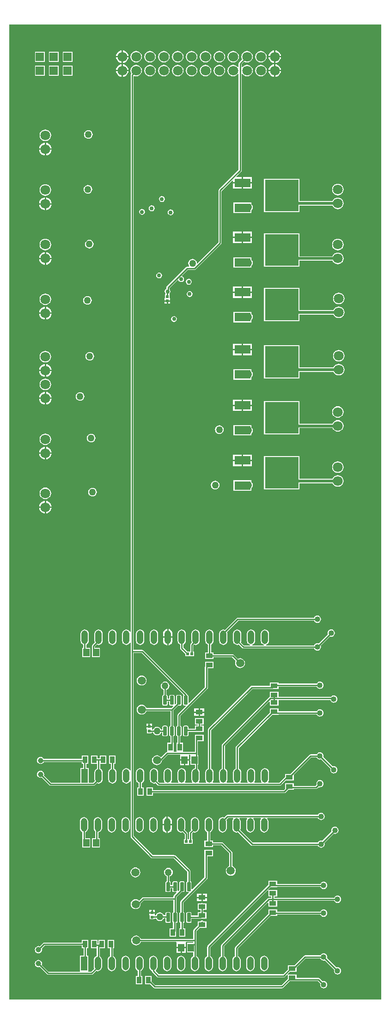
<source format=gbr>
G04 Layer_Physical_Order=4*
G04 Layer_Color=16711680*
%FSLAX26Y26*%
%MOIN*%
%TF.FileFunction,Copper,L4,Bot,Signal*%
%TF.Part,Single*%
G01*
G75*
%TA.AperFunction,SMDPad,CuDef*%
%ADD11R,0.033465X0.051181*%
%ADD12R,0.051181X0.033465*%
%ADD15R,0.020472X0.020472*%
%TA.AperFunction,Conductor*%
%ADD19C,0.010000*%
%ADD20C,0.019685*%
%TA.AperFunction,ComponentPad*%
%ADD22C,0.070866*%
%ADD23C,0.059055*%
%ADD24R,0.060000X0.060000*%
%ADD25R,0.047244X0.098425*%
%ADD26O,0.047244X0.098425*%
%ADD27C,0.040000*%
%ADD28C,0.039370*%
%TA.AperFunction,ViaPad*%
%ADD29C,0.050000*%
%ADD30C,0.029528*%
%TA.AperFunction,SMDPad,CuDef*%
%ADD44R,0.045276X0.057087*%
%ADD45R,0.118110X0.062992*%
%ADD46R,0.244095X0.228346*%
%ADD47R,0.020472X0.020472*%
G04:AMPARAMS|DCode=48|XSize=25.591mil|YSize=64.961mil|CornerRadius=1.919mil|HoleSize=0mil|Usage=FLASHONLY|Rotation=180.000|XOffset=0mil|YOffset=0mil|HoleType=Round|Shape=RoundedRectangle|*
%AMROUNDEDRECTD48*
21,1,0.025591,0.061122,0,0,180.0*
21,1,0.021752,0.064961,0,0,180.0*
1,1,0.003839,-0.010876,0.030561*
1,1,0.003839,0.010876,0.030561*
1,1,0.003839,0.010876,-0.030561*
1,1,0.003839,-0.010876,-0.030561*
%
%ADD48ROUNDEDRECTD48*%
G36*
X2681040Y-620D02*
X-374Y-620D01*
X-380Y7034812D01*
X2681038Y7034814D01*
X2681040Y-620D01*
D02*
G37*
%LPC*%
G36*
X254782Y3596908D02*
X247922Y3596005D01*
X236869Y3591427D01*
X227379Y3584145D01*
X220096Y3574654D01*
X215518Y3563602D01*
X214615Y3556742D01*
X254782D01*
Y3596908D01*
D02*
G37*
G36*
X264782D02*
Y3556742D01*
X304949D01*
X304046Y3563602D01*
X299467Y3574654D01*
X292185Y3584145D01*
X282694Y3591427D01*
X271642Y3596005D01*
X264782Y3596908D01*
D02*
G37*
G36*
X259782Y3693437D02*
X248990Y3692016D01*
X238934Y3687851D01*
X230299Y3681225D01*
X223673Y3672589D01*
X219507Y3662533D01*
X218087Y3651742D01*
X219507Y3640950D01*
X223673Y3630894D01*
X230299Y3622259D01*
X238934Y3615633D01*
X248990Y3611467D01*
X259782Y3610046D01*
X270573Y3611467D01*
X280630Y3615633D01*
X289265Y3622259D01*
X295891Y3630894D01*
X300056Y3640950D01*
X301477Y3651742D01*
X300056Y3662533D01*
X295891Y3672589D01*
X289265Y3681225D01*
X280630Y3687851D01*
X270573Y3692016D01*
X259782Y3693437D01*
D02*
G37*
G36*
X2221505Y2769530D02*
X2214742Y2768640D01*
X2208440Y2766029D01*
X2203029Y2761877D01*
X2198876Y2756465D01*
X2198070Y2754520D01*
X1647503D01*
X1647503Y2754520D01*
X1643248Y2753674D01*
X1639640Y2751264D01*
X1639640Y2751263D01*
X1554726Y2666349D01*
X1550954Y2667912D01*
X1543246Y2668927D01*
X1535538Y2667912D01*
X1528355Y2664936D01*
X1522187Y2660204D01*
X1517454Y2654035D01*
X1514478Y2646852D01*
X1513464Y2639144D01*
Y2587963D01*
X1514478Y2580255D01*
X1517454Y2573072D01*
X1522187Y2566904D01*
X1528355Y2562171D01*
X1535538Y2559195D01*
X1543246Y2558181D01*
X1550954Y2559195D01*
X1558137Y2562171D01*
X1564305Y2566904D01*
X1569038Y2573072D01*
X1572013Y2580255D01*
X1573028Y2587963D01*
Y2639144D01*
X1572013Y2646852D01*
X1570451Y2650624D01*
X1652108Y2732282D01*
X2198070D01*
X2198876Y2730336D01*
X2203029Y2724925D01*
X2208440Y2720773D01*
X2214742Y2718162D01*
X2221505Y2717272D01*
X2228267Y2718162D01*
X2234569Y2720773D01*
X2239981Y2724925D01*
X2244133Y2730336D01*
X2246743Y2736638D01*
X2247634Y2743401D01*
X2246743Y2750164D01*
X2244133Y2756465D01*
X2239981Y2761877D01*
X2234569Y2766029D01*
X2228267Y2768640D01*
X2221505Y2769530D01*
D02*
G37*
G36*
X254782Y3546742D02*
X214615D01*
X215518Y3539881D01*
X220096Y3528829D01*
X227379Y3519338D01*
X236869Y3512056D01*
X247922Y3507478D01*
X254782Y3506575D01*
Y3546742D01*
D02*
G37*
G36*
X304949D02*
X264782D01*
Y3506575D01*
X271642Y3507478D01*
X282694Y3512056D01*
X292185Y3519338D01*
X299467Y3528829D01*
X304046Y3539881D01*
X304949Y3546742D01*
D02*
G37*
G36*
X2092459Y3918672D02*
X1836553D01*
Y3678515D01*
X2092459D01*
Y3724387D01*
X2331924D01*
X2333909Y3719596D01*
X2340535Y3710961D01*
X2349170Y3704334D01*
X2359226Y3700169D01*
X2370018Y3698748D01*
X2380809Y3700169D01*
X2390865Y3704334D01*
X2399501Y3710961D01*
X2406127Y3719596D01*
X2410292Y3729652D01*
X2411713Y3740444D01*
X2410292Y3751235D01*
X2406127Y3761291D01*
X2399501Y3769927D01*
X2390865Y3776553D01*
X2380809Y3780718D01*
X2370018Y3782139D01*
X2359226Y3780718D01*
X2349170Y3776553D01*
X2340535Y3769927D01*
X2333909Y3761291D01*
X2331924Y3756500D01*
X2092459D01*
Y3918672D01*
D02*
G37*
G36*
X2370018Y3882139D02*
X2359226Y3880718D01*
X2349170Y3876553D01*
X2340535Y3869927D01*
X2333909Y3861291D01*
X2329743Y3851235D01*
X2328323Y3840444D01*
X2329743Y3829652D01*
X2333909Y3819596D01*
X2340535Y3810961D01*
X2349170Y3804334D01*
X2359226Y3800169D01*
X2370018Y3798748D01*
X2380809Y3800169D01*
X2390865Y3804334D01*
X2399501Y3810961D01*
X2406127Y3819596D01*
X2410292Y3829652D01*
X2411713Y3840444D01*
X2410292Y3851235D01*
X2406127Y3861291D01*
X2399501Y3869927D01*
X2390865Y3876553D01*
X2380809Y3880718D01*
X2370018Y3882139D01*
D02*
G37*
G36*
X1676042Y3883752D02*
X1611987D01*
Y3847256D01*
X1676042D01*
Y3883752D01*
D02*
G37*
G36*
X600000Y3691172D02*
X591932Y3690110D01*
X584414Y3686996D01*
X577958Y3682042D01*
X573004Y3675586D01*
X569890Y3668068D01*
X568828Y3660000D01*
X569890Y3651932D01*
X573004Y3644414D01*
X577958Y3637958D01*
X584414Y3633004D01*
X591932Y3629890D01*
X600000Y3628828D01*
X608068Y3629890D01*
X615586Y3633004D01*
X622042Y3637958D01*
X626996Y3644414D01*
X630110Y3651932D01*
X631172Y3660000D01*
X630110Y3668068D01*
X626996Y3675586D01*
X622042Y3682042D01*
X615586Y3686996D01*
X608068Y3690110D01*
X600000Y3691172D01*
D02*
G37*
G36*
X1746003Y3745837D02*
X1616081D01*
Y3671034D01*
X1746003D01*
Y3688943D01*
X1746546Y3689360D01*
X1751500Y3695816D01*
X1754614Y3703334D01*
X1755676Y3711402D01*
X1754614Y3719470D01*
X1751500Y3726988D01*
X1746546Y3733444D01*
X1746003Y3733861D01*
Y3745837D01*
D02*
G37*
G36*
X1484504Y3742574D02*
X1476436Y3741512D01*
X1468918Y3738398D01*
X1462462Y3733444D01*
X1457508Y3726988D01*
X1454394Y3719470D01*
X1453332Y3711402D01*
X1454394Y3703334D01*
X1457508Y3695816D01*
X1462462Y3689360D01*
X1468918Y3684406D01*
X1476436Y3681292D01*
X1484504Y3680229D01*
X1492572Y3681292D01*
X1500090Y3684406D01*
X1506546Y3689360D01*
X1511500Y3695816D01*
X1514614Y3703334D01*
X1515676Y3711402D01*
X1514614Y3719470D01*
X1511500Y3726988D01*
X1506546Y3733444D01*
X1500090Y3738398D01*
X1492572Y3741512D01*
X1484504Y3742574D01*
D02*
G37*
G36*
X1148246Y2672398D02*
Y2618554D01*
X1177158D01*
Y2639144D01*
X1176003Y2647921D01*
X1172615Y2656100D01*
X1167225Y2663124D01*
X1160202Y2668513D01*
X1152023Y2671901D01*
X1148246Y2672398D01*
D02*
G37*
G36*
X1343246Y2668927D02*
X1335538Y2667912D01*
X1328355Y2664936D01*
X1322187Y2660204D01*
X1317454Y2654035D01*
X1314478Y2646852D01*
X1313464Y2639144D01*
Y2587963D01*
X1314478Y2580255D01*
X1316041Y2576483D01*
X1307903Y2568345D01*
X1305493Y2564738D01*
X1304647Y2560483D01*
X1304647Y2560483D01*
Y2509391D01*
X1283853D01*
X1254365Y2538879D01*
Y2560608D01*
X1258137Y2562171D01*
X1264305Y2566904D01*
X1269038Y2573072D01*
X1272013Y2580255D01*
X1273028Y2587963D01*
Y2639144D01*
X1272013Y2646852D01*
X1269038Y2654035D01*
X1264305Y2660204D01*
X1258137Y2664936D01*
X1250954Y2667912D01*
X1243246Y2668927D01*
X1235538Y2667912D01*
X1228355Y2664936D01*
X1222187Y2660204D01*
X1217454Y2654035D01*
X1214478Y2646852D01*
X1213464Y2639144D01*
Y2587963D01*
X1214478Y2580255D01*
X1217454Y2573072D01*
X1222187Y2566904D01*
X1228355Y2562171D01*
X1232127Y2560608D01*
Y2534274D01*
X1232127Y2534274D01*
X1232973Y2530018D01*
X1235383Y2526411D01*
X1268128Y2493666D01*
Y2477108D01*
X1331908D01*
Y2509391D01*
X1326885D01*
Y2555877D01*
X1331766Y2560758D01*
X1335538Y2559195D01*
X1343246Y2558181D01*
X1350954Y2559195D01*
X1358137Y2562171D01*
X1364305Y2566904D01*
X1369038Y2573072D01*
X1372013Y2580255D01*
X1373028Y2587963D01*
Y2639144D01*
X1372013Y2646852D01*
X1369038Y2654035D01*
X1364305Y2660204D01*
X1358137Y2664936D01*
X1350954Y2667912D01*
X1343246Y2668927D01*
D02*
G37*
G36*
X1138246Y2608554D02*
X1109334D01*
Y2587963D01*
X1110489Y2579186D01*
X1113877Y2571007D01*
X1119266Y2563983D01*
X1126290Y2558594D01*
X1134469Y2555206D01*
X1138246Y2554709D01*
Y2608554D01*
D02*
G37*
G36*
X1177158D02*
X1148246D01*
Y2554709D01*
X1152023Y2555206D01*
X1160202Y2558594D01*
X1167225Y2563983D01*
X1172615Y2571007D01*
X1176003Y2579186D01*
X1177158Y2587963D01*
Y2608554D01*
D02*
G37*
G36*
X954504Y2337140D02*
X945254Y2335923D01*
X936635Y2332352D01*
X929233Y2326673D01*
X923553Y2319271D01*
X919983Y2310651D01*
X918765Y2301402D01*
X919983Y2292152D01*
X923553Y2283532D01*
X929233Y2276131D01*
X936635Y2270451D01*
X945254Y2266881D01*
X954504Y2265663D01*
X963754Y2266881D01*
X972373Y2270451D01*
X979775Y2276131D01*
X985455Y2283532D01*
X989025Y2292152D01*
X990243Y2301402D01*
X989025Y2310651D01*
X985455Y2319271D01*
X979775Y2326673D01*
X972373Y2332352D01*
X963754Y2335923D01*
X954504Y2337140D01*
D02*
G37*
G36*
X1443246Y2668927D02*
X1435538Y2667912D01*
X1428355Y2664936D01*
X1422187Y2660204D01*
X1417454Y2654035D01*
X1414478Y2646852D01*
X1413464Y2639144D01*
Y2587963D01*
X1414478Y2580255D01*
X1417454Y2573072D01*
X1422187Y2566904D01*
X1428355Y2562171D01*
X1432127Y2560608D01*
Y2502505D01*
X1411008D01*
Y2457230D01*
X1474000D01*
Y2468748D01*
X1606432D01*
X1632779Y2442402D01*
X1629983Y2435651D01*
X1628765Y2426402D01*
X1629983Y2417152D01*
X1633553Y2408532D01*
X1639233Y2401131D01*
X1646634Y2395451D01*
X1655254Y2391881D01*
X1664504Y2390663D01*
X1673754Y2391881D01*
X1682373Y2395451D01*
X1689775Y2401131D01*
X1695455Y2408532D01*
X1699025Y2417152D01*
X1700243Y2426402D01*
X1699025Y2435651D01*
X1695455Y2444271D01*
X1689775Y2451673D01*
X1682373Y2457352D01*
X1673754Y2460923D01*
X1664504Y2462140D01*
X1655254Y2460923D01*
X1648504Y2458126D01*
X1618900Y2487730D01*
X1615293Y2490140D01*
X1611038Y2490987D01*
X1611037Y2490987D01*
X1474000D01*
Y2502505D01*
X1454365D01*
Y2560608D01*
X1458137Y2562171D01*
X1464305Y2566904D01*
X1469038Y2573072D01*
X1472013Y2580255D01*
X1473028Y2587963D01*
Y2639144D01*
X1472013Y2646852D01*
X1469038Y2654035D01*
X1464305Y2660204D01*
X1458137Y2664936D01*
X1450954Y2667912D01*
X1443246Y2668927D01*
D02*
G37*
G36*
X543246D02*
X535538Y2667912D01*
X528355Y2664936D01*
X522187Y2660204D01*
X517454Y2654035D01*
X514478Y2646852D01*
X513464Y2639144D01*
Y2587963D01*
X514478Y2580255D01*
X517454Y2573072D01*
X522187Y2566904D01*
X528355Y2562171D01*
X532127Y2560608D01*
Y2537699D01*
X526041D01*
Y2468801D01*
X583127D01*
Y2537699D01*
X554365D01*
Y2560608D01*
X558137Y2562171D01*
X564305Y2566904D01*
X569038Y2573072D01*
X572013Y2580255D01*
X573028Y2587963D01*
Y2639144D01*
X572013Y2646852D01*
X569038Y2654035D01*
X564305Y2660204D01*
X558137Y2664936D01*
X550954Y2667912D01*
X543246Y2668927D01*
D02*
G37*
G36*
X1043246D02*
X1035538Y2667912D01*
X1028355Y2664936D01*
X1022187Y2660204D01*
X1017454Y2654035D01*
X1014478Y2646852D01*
X1013464Y2639144D01*
Y2587963D01*
X1014478Y2580255D01*
X1017454Y2573072D01*
X1022187Y2566904D01*
X1028355Y2562171D01*
X1035538Y2559195D01*
X1043246Y2558181D01*
X1050954Y2559195D01*
X1058137Y2562171D01*
X1064305Y2566904D01*
X1069038Y2573072D01*
X1072013Y2580255D01*
X1073028Y2587963D01*
Y2639144D01*
X1072013Y2646852D01*
X1069038Y2654035D01*
X1064305Y2660204D01*
X1058137Y2664936D01*
X1050954Y2667912D01*
X1043246Y2668927D01*
D02*
G37*
G36*
X2321505Y2669530D02*
X2314742Y2668640D01*
X2308440Y2666029D01*
X2303029Y2661877D01*
X2298876Y2656465D01*
X2296266Y2650164D01*
X2295376Y2643401D01*
X2296266Y2636638D01*
X2297072Y2634693D01*
X2230213Y2567834D01*
X2228267Y2568640D01*
X2221505Y2569530D01*
X2214742Y2568640D01*
X2208440Y2566029D01*
X2203029Y2561877D01*
X2198876Y2556465D01*
X2198070Y2554520D01*
X1852095D01*
X1850954Y2559195D01*
X1858137Y2562171D01*
X1864305Y2566904D01*
X1869038Y2573072D01*
X1872013Y2580255D01*
X1873028Y2587963D01*
Y2639144D01*
X1872013Y2646852D01*
X1869038Y2654035D01*
X1864305Y2660204D01*
X1858137Y2664936D01*
X1850954Y2667912D01*
X1843246Y2668927D01*
X1835538Y2667912D01*
X1828355Y2664936D01*
X1822187Y2660204D01*
X1817454Y2654035D01*
X1814478Y2646852D01*
X1813464Y2639144D01*
Y2587963D01*
X1814478Y2580255D01*
X1817454Y2573072D01*
X1822187Y2566904D01*
X1828355Y2562171D01*
X1835538Y2559195D01*
X1834397Y2554520D01*
X1752095D01*
X1750954Y2559195D01*
X1758137Y2562171D01*
X1764305Y2566904D01*
X1769038Y2573072D01*
X1772013Y2580255D01*
X1773028Y2587963D01*
Y2639144D01*
X1772013Y2646852D01*
X1769038Y2654035D01*
X1764305Y2660204D01*
X1758137Y2664936D01*
X1750954Y2667912D01*
X1743246Y2668927D01*
X1735538Y2667912D01*
X1728355Y2664936D01*
X1722187Y2660204D01*
X1717454Y2654035D01*
X1714478Y2646852D01*
X1713464Y2639144D01*
Y2587963D01*
X1714478Y2580255D01*
X1717454Y2573072D01*
X1722187Y2566904D01*
X1728355Y2562171D01*
X1735538Y2559195D01*
X1734397Y2554520D01*
X1692414D01*
X1670451Y2576483D01*
X1672013Y2580255D01*
X1673028Y2587963D01*
Y2639144D01*
X1672013Y2646852D01*
X1669038Y2654035D01*
X1664305Y2660204D01*
X1658137Y2664936D01*
X1650954Y2667912D01*
X1643246Y2668927D01*
X1635538Y2667912D01*
X1628355Y2664936D01*
X1622187Y2660204D01*
X1617454Y2654035D01*
X1614478Y2646852D01*
X1613464Y2639144D01*
Y2587963D01*
X1614478Y2580255D01*
X1617454Y2573072D01*
X1622187Y2566904D01*
X1628355Y2562171D01*
X1635538Y2559195D01*
X1643246Y2558181D01*
X1650954Y2559195D01*
X1654726Y2560758D01*
X1679945Y2535539D01*
X1683553Y2533128D01*
X1687808Y2532282D01*
X1687808Y2532282D01*
X2198070D01*
X2198876Y2530336D01*
X2203029Y2524925D01*
X2208440Y2520773D01*
X2214742Y2518162D01*
X2221505Y2517272D01*
X2228267Y2518162D01*
X2234569Y2520773D01*
X2239981Y2524925D01*
X2244133Y2530336D01*
X2246743Y2536638D01*
X2247634Y2543401D01*
X2246743Y2550164D01*
X2245938Y2552109D01*
X2312797Y2618968D01*
X2314742Y2618162D01*
X2321505Y2617272D01*
X2328267Y2618162D01*
X2334569Y2620773D01*
X2339981Y2624925D01*
X2344133Y2630336D01*
X2346743Y2636638D01*
X2347634Y2643401D01*
X2346743Y2650164D01*
X2344133Y2656465D01*
X2339981Y2661877D01*
X2334569Y2666029D01*
X2328267Y2668640D01*
X2321505Y2669530D01*
D02*
G37*
G36*
X1138246Y2672398D02*
X1134469Y2671901D01*
X1126290Y2668513D01*
X1119266Y2663124D01*
X1113877Y2656100D01*
X1110489Y2647921D01*
X1109334Y2639144D01*
Y2618554D01*
X1138246D01*
Y2672398D01*
D02*
G37*
G36*
X643246Y2668927D02*
X635538Y2667912D01*
X628355Y2664936D01*
X622187Y2660204D01*
X617454Y2654035D01*
X614478Y2646852D01*
X613464Y2639144D01*
Y2587963D01*
X614478Y2580255D01*
X616041Y2576483D01*
X597903Y2558345D01*
X595493Y2554738D01*
X594647Y2550483D01*
X594647Y2550483D01*
Y2503250D01*
X595493Y2498994D01*
X596907Y2496878D01*
Y2468801D01*
X653994D01*
Y2537699D01*
X616885D01*
Y2545877D01*
X631766Y2560758D01*
X635538Y2559195D01*
X643246Y2558181D01*
X650954Y2559195D01*
X658137Y2562171D01*
X664305Y2566904D01*
X669038Y2573072D01*
X672013Y2580255D01*
X673028Y2587963D01*
Y2639144D01*
X672013Y2646852D01*
X669038Y2654035D01*
X664305Y2660204D01*
X658137Y2664936D01*
X650954Y2667912D01*
X643246Y2668927D01*
D02*
G37*
G36*
X743246D02*
X735538Y2667912D01*
X728355Y2664936D01*
X722187Y2660204D01*
X717454Y2654035D01*
X714478Y2646852D01*
X713464Y2639144D01*
Y2587963D01*
X714478Y2580255D01*
X717454Y2573072D01*
X722187Y2566904D01*
X728355Y2562171D01*
X735538Y2559195D01*
X743246Y2558181D01*
X750954Y2559195D01*
X758137Y2562171D01*
X764305Y2566904D01*
X769038Y2573072D01*
X772013Y2580255D01*
X773028Y2587963D01*
Y2639144D01*
X772013Y2646852D01*
X769038Y2654035D01*
X764305Y2660204D01*
X758137Y2664936D01*
X750954Y2667912D01*
X743246Y2668927D01*
D02*
G37*
G36*
X943246D02*
X935538Y2667912D01*
X928355Y2664936D01*
X922187Y2660204D01*
X917454Y2654035D01*
X914478Y2646852D01*
X913464Y2639144D01*
Y2587963D01*
X914478Y2580255D01*
X917454Y2573072D01*
X922187Y2566904D01*
X928355Y2562171D01*
X935538Y2559195D01*
X943246Y2558181D01*
X950954Y2559195D01*
X958137Y2562171D01*
X964305Y2566904D01*
X969038Y2573072D01*
X972013Y2580255D01*
X973028Y2587963D01*
Y2639144D01*
X972013Y2646852D01*
X969038Y2654035D01*
X964305Y2660204D01*
X958137Y2664936D01*
X950954Y2667912D01*
X943246Y2668927D01*
D02*
G37*
G36*
X1750097Y3883752D02*
X1686042D01*
Y3847256D01*
X1750097D01*
Y3883752D01*
D02*
G37*
G36*
X254782Y4332568D02*
X214615D01*
X215518Y4325707D01*
X220096Y4314655D01*
X227379Y4305164D01*
X236869Y4297882D01*
X247922Y4293304D01*
X254782Y4292401D01*
Y4332568D01*
D02*
G37*
G36*
X304949D02*
X264782D01*
Y4292401D01*
X271642Y4293304D01*
X282694Y4297882D01*
X292185Y4305164D01*
X299467Y4314655D01*
X304046Y4325707D01*
X304949Y4332568D01*
D02*
G37*
G36*
X510000Y4381172D02*
X501932Y4380110D01*
X494414Y4376996D01*
X487958Y4372042D01*
X483004Y4365586D01*
X479890Y4358068D01*
X478828Y4350000D01*
X479890Y4341932D01*
X483004Y4334414D01*
X487958Y4327958D01*
X494414Y4323004D01*
X501932Y4319890D01*
X510000Y4318828D01*
X518068Y4319890D01*
X525586Y4323004D01*
X532042Y4327958D01*
X536996Y4334414D01*
X540110Y4341932D01*
X541172Y4350000D01*
X540110Y4358068D01*
X536996Y4365586D01*
X532042Y4372042D01*
X525586Y4376996D01*
X518068Y4380110D01*
X510000Y4381172D01*
D02*
G37*
G36*
X1750097Y4281664D02*
X1686042D01*
Y4245168D01*
X1750097D01*
Y4281664D01*
D02*
G37*
G36*
X1676042Y4328160D02*
X1611987D01*
Y4291664D01*
X1676042D01*
Y4328160D01*
D02*
G37*
G36*
X1750097D02*
X1686042D01*
Y4291664D01*
X1750097D01*
Y4328160D01*
D02*
G37*
G36*
X1746001Y4546151D02*
X1616079D01*
Y4471348D01*
X1746001D01*
Y4488849D01*
X1746390Y4489148D01*
X1751344Y4495604D01*
X1754458Y4503122D01*
X1755520Y4511190D01*
X1754458Y4519258D01*
X1751344Y4526776D01*
X1746390Y4533232D01*
X1746001Y4533531D01*
Y4546151D01*
D02*
G37*
G36*
X254782Y4532568D02*
X214615D01*
X215518Y4525707D01*
X220096Y4514655D01*
X227379Y4505164D01*
X236869Y4497882D01*
X247922Y4493304D01*
X254782Y4492401D01*
Y4532568D01*
D02*
G37*
G36*
X304949D02*
X264782D01*
Y4492401D01*
X271642Y4493304D01*
X282694Y4497882D01*
X292185Y4505164D01*
X299467Y4514655D01*
X304046Y4525707D01*
X304949Y4532568D01*
D02*
G37*
G36*
X254782Y4382734D02*
X247922Y4381831D01*
X236869Y4377253D01*
X227379Y4369971D01*
X220096Y4360480D01*
X215518Y4349428D01*
X214615Y4342568D01*
X254782D01*
Y4382734D01*
D02*
G37*
G36*
X264782D02*
Y4342568D01*
X304949D01*
X304046Y4349428D01*
X299467Y4360480D01*
X292185Y4369971D01*
X282694Y4377253D01*
X271642Y4381831D01*
X264782Y4382734D01*
D02*
G37*
G36*
X259782Y4479263D02*
X248990Y4477842D01*
X238934Y4473677D01*
X230299Y4467051D01*
X223673Y4458415D01*
X219507Y4448359D01*
X218087Y4437568D01*
X219507Y4426776D01*
X223673Y4416720D01*
X230299Y4408085D01*
X238934Y4401458D01*
X248990Y4397293D01*
X259782Y4395872D01*
X270573Y4397293D01*
X280630Y4401458D01*
X289265Y4408085D01*
X295891Y4416720D01*
X300056Y4426776D01*
X301477Y4437568D01*
X300056Y4448359D01*
X295891Y4458415D01*
X289265Y4467051D01*
X280630Y4473677D01*
X270573Y4477842D01*
X259782Y4479263D01*
D02*
G37*
G36*
X1676042Y4281664D02*
X1611987D01*
Y4245168D01*
X1676042D01*
Y4281664D01*
D02*
G37*
G36*
X304949Y3936506D02*
X264782D01*
Y3896339D01*
X271642Y3897242D01*
X282694Y3901820D01*
X292185Y3909102D01*
X299467Y3918593D01*
X304046Y3929645D01*
X304949Y3936506D01*
D02*
G37*
G36*
X254782Y3986672D02*
X247922Y3985769D01*
X236869Y3981191D01*
X227379Y3973909D01*
X220096Y3964418D01*
X215518Y3953366D01*
X214615Y3946506D01*
X254782D01*
Y3986672D01*
D02*
G37*
G36*
X264782D02*
Y3946506D01*
X304949D01*
X304046Y3953366D01*
X299467Y3964418D01*
X292185Y3973909D01*
X282694Y3981191D01*
X271642Y3985769D01*
X264782Y3986672D01*
D02*
G37*
G36*
X1676042Y3930248D02*
X1611987D01*
Y3893752D01*
X1676042D01*
Y3930248D01*
D02*
G37*
G36*
X1750097D02*
X1686042D01*
Y3893752D01*
X1750097D01*
Y3930248D01*
D02*
G37*
G36*
X254782Y3936506D02*
X214615D01*
X215518Y3929645D01*
X220096Y3918593D01*
X227379Y3909102D01*
X236869Y3901820D01*
X247922Y3897242D01*
X254782Y3896339D01*
Y3936506D01*
D02*
G37*
G36*
X1514504Y4142574D02*
X1506436Y4141512D01*
X1498918Y4138398D01*
X1492462Y4133444D01*
X1487508Y4126988D01*
X1484394Y4119470D01*
X1483332Y4111402D01*
X1484394Y4103334D01*
X1487508Y4095816D01*
X1492462Y4089360D01*
X1498918Y4084406D01*
X1506436Y4081292D01*
X1514504Y4080229D01*
X1522572Y4081292D01*
X1530090Y4084406D01*
X1536546Y4089360D01*
X1541500Y4095816D01*
X1544614Y4103334D01*
X1545676Y4111402D01*
X1544614Y4119470D01*
X1541500Y4126988D01*
X1536546Y4133444D01*
X1530090Y4138398D01*
X1522572Y4141512D01*
X1514504Y4142574D01*
D02*
G37*
G36*
X2092459Y4316586D02*
X1836553D01*
Y4076429D01*
X2092459D01*
Y4122301D01*
X2331924D01*
X2333909Y4117510D01*
X2340535Y4108875D01*
X2349170Y4102248D01*
X2359226Y4098083D01*
X2370018Y4096662D01*
X2380809Y4098083D01*
X2390865Y4102248D01*
X2399501Y4108875D01*
X2406127Y4117510D01*
X2410292Y4127566D01*
X2411713Y4138358D01*
X2410292Y4149149D01*
X2406127Y4159205D01*
X2399501Y4167841D01*
X2390865Y4174467D01*
X2380809Y4178632D01*
X2370018Y4180053D01*
X2359226Y4178632D01*
X2349170Y4174467D01*
X2340535Y4167841D01*
X2333909Y4159205D01*
X2331924Y4154414D01*
X2092459D01*
Y4316586D01*
D02*
G37*
G36*
X2370018Y4280053D02*
X2359226Y4278632D01*
X2349170Y4274467D01*
X2340535Y4267841D01*
X2333909Y4259205D01*
X2329743Y4249149D01*
X2328323Y4238358D01*
X2329743Y4227566D01*
X2333909Y4217510D01*
X2340535Y4208875D01*
X2349170Y4202248D01*
X2359226Y4198083D01*
X2370018Y4196662D01*
X2380809Y4198083D01*
X2390865Y4202248D01*
X2399501Y4208875D01*
X2406127Y4217510D01*
X2410292Y4227566D01*
X2411713Y4238358D01*
X2410292Y4249149D01*
X2406127Y4259205D01*
X2399501Y4267841D01*
X2390865Y4274467D01*
X2380809Y4278632D01*
X2370018Y4280053D01*
D02*
G37*
G36*
X259782Y4083201D02*
X248990Y4081780D01*
X238934Y4077615D01*
X230299Y4070989D01*
X223673Y4062353D01*
X219507Y4052297D01*
X218087Y4041506D01*
X219507Y4030714D01*
X223673Y4020658D01*
X230299Y4012023D01*
X238934Y4005396D01*
X248990Y4001231D01*
X259782Y3999810D01*
X270573Y4001231D01*
X280630Y4005396D01*
X289265Y4012023D01*
X295891Y4020658D01*
X300056Y4030714D01*
X301477Y4041506D01*
X300056Y4052297D01*
X295891Y4062353D01*
X289265Y4070989D01*
X280630Y4077615D01*
X270573Y4081780D01*
X259782Y4083201D01*
D02*
G37*
G36*
X590000Y4081172D02*
X581932Y4080110D01*
X574414Y4076996D01*
X567958Y4072042D01*
X563004Y4065586D01*
X559890Y4058068D01*
X558828Y4050000D01*
X559890Y4041932D01*
X563004Y4034414D01*
X567958Y4027958D01*
X574414Y4023004D01*
X581932Y4019890D01*
X590000Y4018828D01*
X598068Y4019890D01*
X605586Y4023004D01*
X612042Y4027958D01*
X616996Y4034414D01*
X620110Y4041932D01*
X621172Y4050000D01*
X620110Y4058068D01*
X616996Y4065586D01*
X612042Y4072042D01*
X605586Y4076996D01*
X598068Y4080110D01*
X590000Y4081172D01*
D02*
G37*
G36*
X1746003Y4143751D02*
X1616081D01*
Y4068948D01*
X1746003D01*
Y4083340D01*
X1746390Y4083637D01*
X1751344Y4090093D01*
X1754458Y4097612D01*
X1755520Y4105680D01*
X1754458Y4113748D01*
X1751344Y4121266D01*
X1746390Y4127722D01*
X1746003Y4128019D01*
Y4143751D01*
D02*
G37*
G36*
X2267504Y649519D02*
X2260741Y648628D01*
X2254439Y646018D01*
X2249028Y641866D01*
X2244876Y636454D01*
X2244070Y634509D01*
X1931497D01*
Y649173D01*
X1868505D01*
Y619622D01*
X1630461Y381578D01*
X1628051Y377971D01*
X1627205Y373716D01*
X1627205Y373715D01*
Y313153D01*
X1623433Y311590D01*
X1617265Y306858D01*
X1612532Y300689D01*
X1609556Y293506D01*
X1608542Y285798D01*
Y234617D01*
X1609556Y226909D01*
X1612532Y219726D01*
X1617265Y213558D01*
X1623433Y208825D01*
X1630616Y205850D01*
X1638324Y204835D01*
X1646032Y205850D01*
X1653215Y208825D01*
X1659383Y213558D01*
X1664116Y219726D01*
X1667091Y226909D01*
X1668106Y234617D01*
Y285798D01*
X1667091Y293506D01*
X1664116Y300689D01*
X1659383Y306858D01*
X1653215Y311590D01*
X1649443Y313153D01*
Y369110D01*
X1884230Y603897D01*
X1931497D01*
Y612270D01*
X2244070D01*
X2244876Y610325D01*
X2249028Y604914D01*
X2254439Y600761D01*
X2260741Y598151D01*
X2267504Y597261D01*
X2274267Y598151D01*
X2280568Y600761D01*
X2285980Y604914D01*
X2290132Y610325D01*
X2292743Y616627D01*
X2293633Y623390D01*
X2292743Y630152D01*
X2290132Y636454D01*
X2285980Y641866D01*
X2280568Y646018D01*
X2274267Y648628D01*
X2267504Y649519D01*
D02*
G37*
G36*
X1384504Y731716D02*
X1353913D01*
Y709983D01*
X1384504D01*
Y731716D01*
D02*
G37*
G36*
X1425094D02*
X1394504D01*
Y709983D01*
X1425094D01*
Y731716D01*
D02*
G37*
G36*
X1155894Y630569D02*
X1134142D01*
X1131089Y629961D01*
X1128501Y628232D01*
X1126771Y625644D01*
X1126164Y622591D01*
Y608521D01*
X1114350D01*
X1112500Y612988D01*
X1107546Y619444D01*
X1101090Y624398D01*
X1093572Y627512D01*
X1085504Y628574D01*
X1077436Y627512D01*
X1069918Y624398D01*
X1063462Y619444D01*
X1058508Y612988D01*
X1056089Y607147D01*
X1049740D01*
Y621150D01*
X1009268D01*
Y605913D01*
X1013362D01*
Y578512D01*
X1045646D01*
Y584908D01*
X1057227D01*
X1058508Y581816D01*
X1063462Y575360D01*
X1069918Y570406D01*
X1077436Y567292D01*
X1085504Y566229D01*
X1093572Y567292D01*
X1101090Y570406D01*
X1107546Y575360D01*
X1112500Y581816D01*
X1114350Y586282D01*
X1126164D01*
Y561469D01*
X1126771Y558415D01*
X1128501Y555827D01*
X1131089Y554098D01*
X1134142Y553490D01*
X1155894D01*
X1158947Y554098D01*
X1161535Y555827D01*
X1163265Y558415D01*
X1163872Y561469D01*
Y622591D01*
X1163265Y625644D01*
X1161535Y628232D01*
X1158947Y629961D01*
X1155894Y630569D01*
D02*
G37*
G36*
X1024504Y646386D02*
X1009268D01*
Y631150D01*
X1024504D01*
Y646386D01*
D02*
G37*
G36*
X1049740D02*
X1034504D01*
Y631150D01*
X1049740D01*
Y646386D01*
D02*
G37*
G36*
X1931496Y856102D02*
X1868504D01*
Y826552D01*
X1430461Y388509D01*
X1428051Y384902D01*
X1427205Y380647D01*
X1427205Y380646D01*
Y313153D01*
X1423433Y311590D01*
X1417265Y306858D01*
X1412532Y300689D01*
X1409556Y293506D01*
X1408542Y285798D01*
Y234617D01*
X1409556Y226909D01*
X1412532Y219726D01*
X1417265Y213558D01*
X1423433Y208825D01*
X1430616Y205850D01*
X1438324Y204835D01*
X1446032Y205850D01*
X1453215Y208825D01*
X1459383Y213558D01*
X1464116Y219726D01*
X1467091Y226909D01*
X1468106Y234617D01*
Y285798D01*
X1467091Y293506D01*
X1464116Y300689D01*
X1459383Y306858D01*
X1453215Y311590D01*
X1449443Y313153D01*
Y376041D01*
X1864160Y790758D01*
X1868504Y788031D01*
X1868504Y784647D01*
Y743898D01*
X1888881D01*
Y734509D01*
X1872180D01*
X1867925Y733662D01*
X1864318Y731252D01*
X1864318Y731252D01*
X1530461Y397396D01*
X1528051Y393788D01*
X1527205Y389533D01*
X1527205Y389533D01*
Y313153D01*
X1523433Y311590D01*
X1517265Y306858D01*
X1512532Y300689D01*
X1509556Y293506D01*
X1508542Y285798D01*
Y234617D01*
X1509556Y226909D01*
X1512532Y219726D01*
X1517265Y213558D01*
X1523433Y208825D01*
X1530616Y205850D01*
X1538324Y204835D01*
X1546032Y205850D01*
X1553215Y208825D01*
X1559383Y213558D01*
X1564116Y219726D01*
X1567091Y226909D01*
X1568106Y234617D01*
Y285798D01*
X1567091Y293506D01*
X1564116Y300689D01*
X1559383Y306858D01*
X1553215Y311590D01*
X1549443Y313153D01*
Y384927D01*
X1863886Y699370D01*
X1868505Y697457D01*
Y670827D01*
X1931497D01*
Y712270D01*
X2344070D01*
X2344876Y710325D01*
X2349028Y704914D01*
X2354439Y700761D01*
X2360741Y698151D01*
X2367504Y697261D01*
X2374267Y698151D01*
X2380568Y700761D01*
X2385980Y704914D01*
X2390132Y710325D01*
X2392743Y716627D01*
X2393633Y723390D01*
X2392743Y730152D01*
X2390132Y736454D01*
X2385980Y741866D01*
X2380568Y746018D01*
X2374267Y748628D01*
X2367504Y749519D01*
X2360741Y748628D01*
X2354439Y746018D01*
X2349028Y741866D01*
X2344876Y736454D01*
X2344070Y734509D01*
X1911119D01*
Y743898D01*
X1931496D01*
Y789173D01*
X1873358D01*
X1869647Y789173D01*
X1866919Y793517D01*
X1884229Y810827D01*
X1931496D01*
Y812270D01*
X2244070D01*
X2244876Y810325D01*
X2249028Y804914D01*
X2254439Y800761D01*
X2260741Y798151D01*
X2267504Y797261D01*
X2274267Y798151D01*
X2280568Y800761D01*
X2285980Y804914D01*
X2290132Y810325D01*
X2292743Y816627D01*
X2293633Y823390D01*
X2292743Y830152D01*
X2290132Y836454D01*
X2285980Y841866D01*
X2280568Y846018D01*
X2274267Y848628D01*
X2267504Y849519D01*
X2260741Y848628D01*
X2254439Y846018D01*
X2249028Y841866D01*
X2244876Y836454D01*
X2244070Y834509D01*
X1931496D01*
Y856102D01*
D02*
G37*
G36*
X909504Y953140D02*
X900254Y951923D01*
X891635Y948352D01*
X884233Y942673D01*
X878553Y935271D01*
X874983Y926652D01*
X873765Y917402D01*
X874983Y908152D01*
X878553Y899532D01*
X884233Y892130D01*
X891635Y886451D01*
X900254Y882881D01*
X909504Y881663D01*
X918754Y882881D01*
X927373Y886451D01*
X934775Y892130D01*
X940455Y899532D01*
X944025Y908152D01*
X945243Y917402D01*
X944025Y926652D01*
X940455Y935271D01*
X934775Y942673D01*
X927373Y948352D01*
X918754Y951923D01*
X909504Y953140D01*
D02*
G37*
G36*
X1438324Y1315581D02*
X1430616Y1314566D01*
X1423433Y1311590D01*
X1417265Y1306858D01*
X1412532Y1300689D01*
X1409556Y1293506D01*
X1408542Y1285798D01*
Y1234617D01*
X1409556Y1226909D01*
X1412532Y1219726D01*
X1417265Y1213558D01*
X1423433Y1208825D01*
X1427205Y1207262D01*
Y1146503D01*
X1407008D01*
Y1101228D01*
X1434355D01*
X1438324Y1100438D01*
X1442292Y1101228D01*
X1470000D01*
Y1112746D01*
X1528434D01*
X1586385Y1054796D01*
Y963148D01*
X1579634Y960352D01*
X1572233Y954673D01*
X1566553Y947271D01*
X1562983Y938652D01*
X1561765Y929402D01*
X1562983Y920152D01*
X1566553Y911532D01*
X1572233Y904130D01*
X1579634Y898451D01*
X1588254Y894881D01*
X1597504Y893663D01*
X1606754Y894881D01*
X1615373Y898451D01*
X1622775Y904130D01*
X1628455Y911532D01*
X1632025Y920152D01*
X1633243Y929402D01*
X1632025Y938652D01*
X1628455Y947271D01*
X1622775Y954673D01*
X1615373Y960352D01*
X1608623Y963148D01*
Y1059401D01*
X1608623Y1059402D01*
X1607777Y1063657D01*
X1605366Y1067264D01*
X1605366Y1067264D01*
X1540902Y1131728D01*
X1537295Y1134138D01*
X1533040Y1134985D01*
X1533039Y1134985D01*
X1470000D01*
Y1146503D01*
X1449443D01*
Y1207262D01*
X1453215Y1208825D01*
X1459383Y1213558D01*
X1464116Y1219726D01*
X1467091Y1226909D01*
X1468106Y1234617D01*
Y1285798D01*
X1467091Y1293506D01*
X1464116Y1300689D01*
X1459383Y1306858D01*
X1453215Y1311590D01*
X1446032Y1314566D01*
X1438324Y1315581D01*
D02*
G37*
G36*
X1147504Y949574D02*
X1139436Y948512D01*
X1131918Y945398D01*
X1125462Y940444D01*
X1120508Y933988D01*
X1117394Y926470D01*
X1116332Y918402D01*
X1117394Y910334D01*
X1120508Y902816D01*
X1125462Y896360D01*
X1131918Y891406D01*
X1135142Y890070D01*
Y853011D01*
X1134142D01*
X1131089Y852403D01*
X1128501Y850674D01*
X1126771Y848086D01*
X1126164Y845033D01*
Y783911D01*
X1126771Y780857D01*
X1128501Y778269D01*
X1131089Y776540D01*
X1134142Y775933D01*
X1155894D01*
X1158947Y776540D01*
X1161535Y778269D01*
X1163265Y780857D01*
X1163872Y783911D01*
Y803352D01*
X1176164D01*
Y783911D01*
X1176771Y780857D01*
X1178501Y778269D01*
X1181089Y776540D01*
X1184142Y775933D01*
X1203368D01*
X1205439Y770933D01*
X1187155Y752649D01*
X1184745Y749042D01*
X1183899Y744787D01*
X1183899Y744786D01*
Y737521D01*
X964504D01*
X960249Y736674D01*
X956641Y734264D01*
X936365Y713987D01*
X929373Y719352D01*
X920754Y722923D01*
X911504Y724140D01*
X902254Y722923D01*
X893635Y719352D01*
X886233Y713673D01*
X880553Y706271D01*
X876983Y697652D01*
X875765Y688402D01*
X876983Y679152D01*
X880553Y670532D01*
X886233Y663130D01*
X893635Y657451D01*
X902254Y653881D01*
X911504Y652663D01*
X920754Y653881D01*
X929373Y657451D01*
X936775Y663130D01*
X942455Y670532D01*
X946025Y679152D01*
X947243Y688402D01*
X946659Y692832D01*
X969110Y715282D01*
X1183899D01*
Y630520D01*
X1181089Y629961D01*
X1178501Y628232D01*
X1176771Y625644D01*
X1176164Y622591D01*
Y561469D01*
X1176771Y558415D01*
X1178501Y555827D01*
X1180653Y554389D01*
Y514898D01*
X1157402D01*
Y451906D01*
X1202678D01*
Y494059D01*
X1202891Y495134D01*
X1202891Y495134D01*
Y553490D01*
X1205894D01*
X1208947Y554098D01*
X1211535Y555827D01*
X1213265Y558415D01*
X1213872Y561469D01*
Y622591D01*
X1213265Y625644D01*
X1211535Y628232D01*
X1208947Y629961D01*
X1206137Y630520D01*
Y726402D01*
Y740181D01*
X1241889Y775933D01*
X1255894D01*
X1258947Y776540D01*
X1261535Y778269D01*
X1263265Y780857D01*
X1263872Y783911D01*
Y845033D01*
X1263265Y848086D01*
X1261535Y850674D01*
X1258947Y852403D01*
X1255894Y853011D01*
X1234142D01*
X1231089Y852403D01*
X1228501Y850674D01*
X1226771Y848086D01*
X1226164Y845033D01*
Y791657D01*
X1218872Y784366D01*
X1213872Y786437D01*
Y845033D01*
X1213265Y848086D01*
X1211535Y850674D01*
X1208947Y852403D01*
X1205894Y853011D01*
X1184142D01*
X1181089Y852403D01*
X1178501Y850674D01*
X1176771Y848086D01*
X1176164Y845033D01*
Y825591D01*
X1163872D01*
Y845033D01*
X1163265Y848086D01*
X1161535Y850674D01*
X1158947Y852403D01*
X1157380Y852715D01*
Y889041D01*
X1163090Y891406D01*
X1169546Y896360D01*
X1174500Y902816D01*
X1177614Y910334D01*
X1178676Y918402D01*
X1177614Y926470D01*
X1174500Y933988D01*
X1169546Y940444D01*
X1163090Y945398D01*
X1155572Y948512D01*
X1147504Y949574D01*
D02*
G37*
G36*
X1384504Y763448D02*
X1353913D01*
Y741716D01*
X1384504D01*
Y763448D01*
D02*
G37*
G36*
X1425094D02*
X1394504D01*
Y741716D01*
X1425094D01*
Y763448D01*
D02*
G37*
G36*
X1389504Y697055D02*
X1385249Y696208D01*
X1381641Y693798D01*
X1380723Y692423D01*
X1358008D01*
Y647148D01*
X1378385D01*
Y629503D01*
X1358008D01*
Y606253D01*
X1313872D01*
Y622591D01*
X1313265Y625644D01*
X1311535Y628232D01*
X1308947Y629961D01*
X1305894Y630569D01*
X1284142D01*
X1281089Y629961D01*
X1278501Y628232D01*
X1276771Y625644D01*
X1276164Y622591D01*
Y561469D01*
X1276771Y558415D01*
X1278501Y555827D01*
X1281089Y554098D01*
X1284142Y553490D01*
X1305894D01*
X1308947Y554098D01*
X1311535Y555827D01*
X1313265Y558415D01*
X1313872Y561469D01*
Y584014D01*
X1377771D01*
X1377772Y584014D01*
X1378846Y584228D01*
X1421000D01*
Y629503D01*
X1400623D01*
Y647148D01*
X1421000D01*
Y692423D01*
X1398285D01*
X1397366Y693798D01*
X1393759Y696208D01*
X1389504Y697055D01*
D02*
G37*
G36*
X838324Y315580D02*
X830616Y314566D01*
X823433Y311590D01*
X817265Y306858D01*
X812532Y300689D01*
X809556Y293506D01*
X808542Y285798D01*
Y234617D01*
X809556Y226909D01*
X812532Y219726D01*
X817265Y213558D01*
X823433Y208825D01*
X830616Y205850D01*
X838324Y204835D01*
X846032Y205850D01*
X853215Y208825D01*
X859383Y213558D01*
X864116Y219726D01*
X867091Y226909D01*
X868106Y234617D01*
Y285798D01*
X867091Y293506D01*
X864116Y300689D01*
X859383Y306858D01*
X853215Y311590D01*
X846032Y314566D01*
X838324Y315580D01*
D02*
G37*
G36*
X1138324D02*
X1130616Y314566D01*
X1123433Y311590D01*
X1117265Y306858D01*
X1112532Y300689D01*
X1109556Y293506D01*
X1108542Y285798D01*
Y234617D01*
X1109556Y226909D01*
X1112532Y219726D01*
X1117265Y213558D01*
X1123433Y208825D01*
X1130616Y205850D01*
X1138324Y204835D01*
X1146032Y205850D01*
X1153215Y208825D01*
X1159383Y213558D01*
X1164116Y219726D01*
X1167091Y226909D01*
X1168106Y234617D01*
Y285798D01*
X1167091Y293506D01*
X1164116Y300689D01*
X1159383Y306858D01*
X1153215Y311590D01*
X1146032Y314566D01*
X1138324Y315580D01*
D02*
G37*
G36*
X1238324D02*
X1230616Y314566D01*
X1223433Y311590D01*
X1217265Y306858D01*
X1212532Y300689D01*
X1209556Y293506D01*
X1208542Y285798D01*
Y234617D01*
X1209556Y226909D01*
X1212532Y219726D01*
X1217265Y213558D01*
X1223433Y208825D01*
X1230616Y205850D01*
X1238324Y204835D01*
X1246032Y205850D01*
X1253215Y208825D01*
X1259383Y213558D01*
X1264116Y219726D01*
X1267091Y226909D01*
X1268106Y234617D01*
Y285798D01*
X1267091Y293506D01*
X1264116Y300689D01*
X1259383Y306858D01*
X1253215Y311590D01*
X1246032Y314566D01*
X1238324Y315580D01*
D02*
G37*
G36*
X938324D02*
X930616Y314566D01*
X923433Y311590D01*
X917265Y306858D01*
X912532Y300689D01*
X909556Y293506D01*
X908542Y285798D01*
Y234617D01*
X909556Y226909D01*
X912532Y219726D01*
X917265Y213558D01*
X923433Y208825D01*
X927205Y207262D01*
Y171496D01*
X913898D01*
Y108504D01*
X959173D01*
Y171496D01*
X949443D01*
Y207262D01*
X953215Y208825D01*
X959383Y213558D01*
X964116Y219726D01*
X967091Y226909D01*
X968106Y234617D01*
Y285798D01*
X967091Y293506D01*
X964116Y300689D01*
X959383Y306858D01*
X953215Y311590D01*
X946032Y314566D01*
X938324Y315580D01*
D02*
G37*
G36*
X2267504Y333531D02*
X2260741Y332640D01*
X2254439Y330030D01*
X2249028Y325878D01*
X2244876Y320466D01*
X2244070Y318521D01*
X2132797D01*
X2128541Y317674D01*
X2124934Y315264D01*
X2124934Y315264D01*
X2055772Y246102D01*
X2008505D01*
Y216551D01*
X1974474Y182521D01*
X1078110D01*
X1055875Y204755D01*
X1056419Y211283D01*
X1059383Y213558D01*
X1064116Y219726D01*
X1067091Y226909D01*
X1068106Y234617D01*
Y285798D01*
X1067091Y293506D01*
X1064116Y300689D01*
X1059383Y306858D01*
X1053215Y311590D01*
X1046032Y314566D01*
X1038324Y315580D01*
X1030616Y314566D01*
X1023433Y311590D01*
X1017265Y306858D01*
X1012532Y300689D01*
X1009556Y293506D01*
X1008542Y285798D01*
Y234617D01*
X1009556Y226909D01*
X1012532Y219726D01*
X1017265Y213558D01*
X1023433Y208825D01*
X1027205Y207262D01*
Y206582D01*
X1027205Y206582D01*
X1028051Y202326D01*
X1030461Y198719D01*
X1065641Y163539D01*
X1065641Y163539D01*
X1069249Y161129D01*
X1073504Y160282D01*
X1979080D01*
X1979080Y160282D01*
X1983335Y161129D01*
X1986943Y163539D01*
X2004160Y180757D01*
X2008505Y178030D01*
X2008505Y174648D01*
Y149623D01*
X1962402Y103521D01*
X1053110D01*
X1026102Y130528D01*
Y171496D01*
X980827D01*
Y108504D01*
X1016677D01*
X1040641Y84539D01*
X1040641Y84539D01*
X1044249Y82129D01*
X1048504Y81282D01*
X1967008D01*
X1967008Y81282D01*
X1971263Y82129D01*
X1974871Y84539D01*
X2024016Y133685D01*
X2225496D01*
X2243071Y116110D01*
X2242265Y114164D01*
X2241375Y107402D01*
X2242265Y100639D01*
X2244876Y94337D01*
X2249028Y88926D01*
X2254439Y84773D01*
X2260741Y82163D01*
X2267504Y81273D01*
X2274267Y82163D01*
X2280568Y84773D01*
X2285980Y88926D01*
X2290132Y94337D01*
X2292743Y100639D01*
X2293633Y107402D01*
X2292743Y114164D01*
X2290132Y120466D01*
X2285980Y125878D01*
X2280568Y130030D01*
X2274267Y132640D01*
X2267504Y133531D01*
X2260741Y132640D01*
X2258796Y131834D01*
X2237964Y152666D01*
X2234357Y155077D01*
X2230102Y155923D01*
X2230101Y155923D01*
X2071497D01*
Y179174D01*
X2013359D01*
X2009649Y179174D01*
X2006922Y183518D01*
X2024230Y200826D01*
X2071497D01*
Y230377D01*
X2137402Y296282D01*
X2244070D01*
X2244876Y294337D01*
X2249028Y288926D01*
X2254439Y284773D01*
X2260741Y282163D01*
X2267504Y281273D01*
X2274267Y282163D01*
X2276212Y282969D01*
X2343071Y216110D01*
X2342265Y214164D01*
X2341375Y207402D01*
X2342265Y200639D01*
X2344876Y194337D01*
X2349028Y188926D01*
X2354439Y184773D01*
X2360741Y182163D01*
X2367504Y181273D01*
X2374267Y182163D01*
X2380568Y184773D01*
X2385980Y188926D01*
X2390132Y194337D01*
X2392743Y200639D01*
X2393633Y207402D01*
X2392743Y214164D01*
X2390132Y220466D01*
X2385980Y225878D01*
X2380568Y230030D01*
X2374267Y232640D01*
X2367504Y233531D01*
X2360741Y232640D01*
X2358796Y231834D01*
X2291937Y298694D01*
X2292743Y300639D01*
X2293633Y307402D01*
X2292743Y314164D01*
X2290132Y320466D01*
X2285980Y325878D01*
X2280568Y330030D01*
X2274267Y332640D01*
X2267504Y333531D01*
D02*
G37*
G36*
X756103Y431495D02*
X710827D01*
Y368503D01*
X727205D01*
Y313153D01*
X723433Y311590D01*
X717265Y306858D01*
X712532Y300689D01*
X709556Y293506D01*
X708542Y285798D01*
Y234617D01*
X709556Y226909D01*
X712532Y219726D01*
X717265Y213558D01*
X723433Y208825D01*
X730616Y205850D01*
X738324Y204835D01*
X746032Y205850D01*
X753215Y208825D01*
X759383Y213558D01*
X764116Y219726D01*
X767091Y226909D01*
X768106Y234617D01*
Y285798D01*
X767091Y293506D01*
X764116Y300689D01*
X759383Y306858D01*
X753215Y311590D01*
X749443Y313153D01*
Y368503D01*
X756103D01*
Y431495D01*
D02*
G37*
G36*
X1272205Y370000D02*
X1244567D01*
Y336457D01*
X1272205D01*
Y370000D01*
D02*
G37*
G36*
X689173Y431495D02*
X643897D01*
Y404201D01*
X636101D01*
Y431495D01*
X590826D01*
Y368503D01*
X630551D01*
Y314539D01*
X623433Y311590D01*
X617265Y306858D01*
X612532Y300689D01*
X609556Y293506D01*
X608542Y285798D01*
Y234617D01*
X609556Y226909D01*
X611119Y223137D01*
X589101Y201119D01*
X570337D01*
X567851Y205089D01*
X567851Y206119D01*
Y315326D01*
X557655D01*
Y368503D01*
X569173D01*
Y431495D01*
X523898D01*
Y411017D01*
X250000D01*
X245745Y410171D01*
X242137Y407760D01*
X242137Y407760D01*
X217971Y383593D01*
X216184Y384333D01*
X209504Y385213D01*
X202823Y384333D01*
X196598Y381755D01*
X191253Y377653D01*
X187151Y372307D01*
X184572Y366082D01*
X183693Y359402D01*
X184572Y352721D01*
X187151Y346496D01*
X191253Y341150D01*
X196598Y337048D01*
X202823Y334470D01*
X209504Y333590D01*
X216184Y334470D01*
X222410Y337048D01*
X227755Y341150D01*
X231857Y346496D01*
X234436Y352721D01*
X235315Y359402D01*
X234436Y366082D01*
X233696Y367868D01*
X254606Y388779D01*
X523898D01*
Y368503D01*
X535416D01*
Y315326D01*
X508796D01*
Y206119D01*
X508796Y205089D01*
X506310Y201119D01*
X283511D01*
X233696Y250935D01*
X234436Y252721D01*
X235315Y259402D01*
X234436Y266082D01*
X231857Y272307D01*
X227755Y277653D01*
X222410Y281755D01*
X216184Y284333D01*
X209504Y285213D01*
X202823Y284333D01*
X196598Y281755D01*
X191253Y277653D01*
X187151Y272307D01*
X184572Y266082D01*
X183693Y259402D01*
X184572Y252721D01*
X187151Y246496D01*
X191253Y241150D01*
X196598Y237048D01*
X202823Y234470D01*
X209504Y233590D01*
X216184Y234470D01*
X217971Y235210D01*
X271043Y182137D01*
X274650Y179727D01*
X278906Y178881D01*
X278906Y178881D01*
X593706D01*
X593707Y178881D01*
X597962Y179727D01*
X601569Y182137D01*
X626844Y207412D01*
X630616Y205850D01*
X638324Y204835D01*
X646032Y205850D01*
X653215Y208825D01*
X659383Y213558D01*
X664116Y219726D01*
X667091Y226909D01*
X668106Y234617D01*
Y285798D01*
X667091Y293506D01*
X664116Y300689D01*
X659383Y306858D01*
X653215Y311590D01*
X652789Y311767D01*
Y368503D01*
X689173D01*
Y431495D01*
D02*
G37*
G36*
X1389504Y572055D02*
X1385249Y571208D01*
X1381641Y568798D01*
X1379231Y565191D01*
X1378710Y562573D01*
X1358008D01*
Y533023D01*
X1330461Y505476D01*
X1328051Y501869D01*
X1327205Y497614D01*
X1327205Y497613D01*
Y437521D01*
X948250D01*
X945455Y444271D01*
X939775Y451673D01*
X932373Y457352D01*
X923754Y460923D01*
X914504Y462140D01*
X905254Y460923D01*
X896635Y457352D01*
X889233Y451673D01*
X883553Y444271D01*
X879983Y435651D01*
X878765Y426402D01*
X879983Y417152D01*
X883553Y408532D01*
X889233Y401130D01*
X896635Y395451D01*
X905254Y391881D01*
X914504Y390663D01*
X923754Y391881D01*
X932373Y395451D01*
X939775Y401130D01*
X945455Y408532D01*
X948250Y415282D01*
X1202649D01*
X1206929Y413543D01*
X1206929Y410282D01*
Y380000D01*
X1239567D01*
X1272205D01*
Y410282D01*
X1272205Y413543D01*
X1276484Y415282D01*
X1327205D01*
Y409449D01*
X1281890D01*
Y340551D01*
X1327205D01*
Y313153D01*
X1323433Y311590D01*
X1317265Y306858D01*
X1312532Y300689D01*
X1309556Y293506D01*
X1308542Y285798D01*
Y234617D01*
X1309556Y226909D01*
X1312532Y219726D01*
X1317265Y213558D01*
X1323433Y208825D01*
X1330616Y205850D01*
X1338324Y204835D01*
X1346032Y205850D01*
X1353215Y208825D01*
X1359383Y213558D01*
X1364116Y219726D01*
X1367091Y226909D01*
X1368106Y234617D01*
Y285798D01*
X1367091Y293506D01*
X1364116Y300689D01*
X1359383Y306858D01*
X1353215Y311590D01*
X1349443Y313153D01*
Y397401D01*
X1349443Y397402D01*
X1349443Y397402D01*
Y426402D01*
Y493008D01*
X1373733Y517298D01*
X1421000D01*
Y562573D01*
X1400297D01*
X1399777Y565191D01*
X1397366Y568798D01*
X1393759Y571208D01*
X1389504Y572055D01*
D02*
G37*
G36*
X1738324Y315580D02*
X1730616Y314566D01*
X1723433Y311590D01*
X1717265Y306858D01*
X1712532Y300689D01*
X1709556Y293506D01*
X1708542Y285798D01*
Y234617D01*
X1709556Y226909D01*
X1712532Y219726D01*
X1717265Y213558D01*
X1723433Y208825D01*
X1730616Y205850D01*
X1738324Y204835D01*
X1746032Y205850D01*
X1753215Y208825D01*
X1759383Y213558D01*
X1764116Y219726D01*
X1767091Y226909D01*
X1768106Y234617D01*
Y285798D01*
X1767091Y293506D01*
X1764116Y300689D01*
X1759383Y306858D01*
X1753215Y311590D01*
X1746032Y314566D01*
X1738324Y315580D01*
D02*
G37*
G36*
X1838324D02*
X1830616Y314566D01*
X1823433Y311590D01*
X1817265Y306858D01*
X1812532Y300689D01*
X1809556Y293506D01*
X1808542Y285798D01*
Y234617D01*
X1809556Y226909D01*
X1812532Y219726D01*
X1817265Y213558D01*
X1823433Y208825D01*
X1830616Y205850D01*
X1838324Y204835D01*
X1846032Y205850D01*
X1853215Y208825D01*
X1859383Y213558D01*
X1864116Y219726D01*
X1867091Y226909D01*
X1868106Y234617D01*
Y285798D01*
X1867091Y293506D01*
X1864116Y300689D01*
X1859383Y306858D01*
X1853215Y311590D01*
X1846032Y314566D01*
X1838324Y315580D01*
D02*
G37*
G36*
X1234567Y370000D02*
X1206929D01*
Y336457D01*
X1234567D01*
Y370000D01*
D02*
G37*
G36*
X538324Y1315581D02*
X530616Y1314566D01*
X523433Y1311590D01*
X517265Y1306858D01*
X512532Y1300689D01*
X509556Y1293506D01*
X508542Y1285798D01*
Y1234617D01*
X509556Y1226909D01*
X512532Y1219726D01*
X517265Y1213558D01*
X523433Y1208825D01*
X527205Y1207262D01*
Y1164449D01*
X526024D01*
Y1095551D01*
X583110D01*
Y1164449D01*
X549443D01*
Y1207262D01*
X553215Y1208825D01*
X559383Y1213558D01*
X564116Y1219726D01*
X567091Y1226909D01*
X568106Y1234617D01*
Y1285798D01*
X567091Y1293506D01*
X564116Y1300689D01*
X559383Y1306858D01*
X553215Y1311590D01*
X546032Y1314566D01*
X538324Y1315581D01*
D02*
G37*
G36*
X1296709Y1723402D02*
X1269071D01*
Y1689858D01*
X1296709D01*
Y1723402D01*
D02*
G37*
G36*
X1133380Y1975721D02*
X1111628D01*
X1108575Y1975113D01*
X1105986Y1973384D01*
X1104257Y1970796D01*
X1103650Y1967743D01*
Y1947521D01*
X1094350D01*
X1092500Y1951988D01*
X1087546Y1958444D01*
X1081090Y1963398D01*
X1073572Y1966512D01*
X1065504Y1967574D01*
X1057436Y1966512D01*
X1049918Y1963398D01*
X1043462Y1958444D01*
X1038508Y1951988D01*
X1036917Y1948147D01*
X1033423D01*
X1028740Y1948914D01*
Y1964150D01*
X988268D01*
Y1948913D01*
X992362D01*
Y1921512D01*
X1024646D01*
Y1925908D01*
X1036399D01*
X1038508Y1920815D01*
X1043462Y1914360D01*
X1049918Y1909406D01*
X1057436Y1906292D01*
X1065504Y1905229D01*
X1073572Y1906292D01*
X1081090Y1909406D01*
X1087546Y1914360D01*
X1092500Y1920815D01*
X1094350Y1925282D01*
X1103650D01*
Y1906621D01*
X1104257Y1903568D01*
X1105986Y1900979D01*
X1108575Y1899250D01*
X1111628Y1898642D01*
X1133380D01*
X1136433Y1899250D01*
X1139021Y1900979D01*
X1140751Y1903568D01*
X1141358Y1906621D01*
Y1967743D01*
X1140751Y1970796D01*
X1139021Y1973384D01*
X1136433Y1975113D01*
X1133380Y1975721D01*
D02*
G37*
G36*
X1401000Y2028573D02*
X1338008D01*
Y1983298D01*
X1358385D01*
Y1976503D01*
X1338008D01*
Y1953253D01*
X1291358D01*
Y1967743D01*
X1290751Y1970796D01*
X1289021Y1973384D01*
X1286433Y1975113D01*
X1283380Y1975721D01*
X1261628D01*
X1258575Y1975113D01*
X1255986Y1973384D01*
X1254257Y1970796D01*
X1253650Y1967743D01*
Y1906621D01*
X1254257Y1903568D01*
X1255986Y1900979D01*
X1258575Y1899250D01*
X1261628Y1898642D01*
X1283380D01*
X1286433Y1899250D01*
X1289021Y1900979D01*
X1290751Y1903568D01*
X1291358Y1906621D01*
Y1931014D01*
X1357771D01*
X1357772Y1931014D01*
X1358846Y1931228D01*
X1401000D01*
Y1976503D01*
X1380623D01*
Y1983298D01*
X1401000D01*
Y2028573D01*
D02*
G37*
G36*
X766103Y1761496D02*
X720827D01*
Y1698504D01*
X732127D01*
Y1666499D01*
X728355Y1664936D01*
X722187Y1660204D01*
X717454Y1654035D01*
X714478Y1646852D01*
X713464Y1639144D01*
Y1587963D01*
X714478Y1580255D01*
X717454Y1573072D01*
X722187Y1566904D01*
X728355Y1562171D01*
X735538Y1559196D01*
X743246Y1558181D01*
X750954Y1559196D01*
X758137Y1562171D01*
X764305Y1566904D01*
X769038Y1573072D01*
X772013Y1580255D01*
X773028Y1587963D01*
Y1639144D01*
X772013Y1646852D01*
X769038Y1654035D01*
X764305Y1660204D01*
X758137Y1664936D01*
X754365Y1666499D01*
Y1698504D01*
X766103D01*
Y1761496D01*
D02*
G37*
G36*
X636102Y1761496D02*
X590827D01*
Y1698504D01*
X632127D01*
Y1666499D01*
X628355Y1664936D01*
X622187Y1660204D01*
X617454Y1654035D01*
X614478Y1646852D01*
X613464Y1639144D01*
Y1587963D01*
X614478Y1580255D01*
X616041Y1576483D01*
X604113Y1564555D01*
X572773D01*
Y1668672D01*
X554365D01*
Y1698504D01*
X569173D01*
Y1761496D01*
X523898D01*
Y1735521D01*
X248597D01*
X247857Y1737307D01*
X243755Y1742653D01*
X238410Y1746755D01*
X232184Y1749333D01*
X225504Y1750213D01*
X218823Y1749333D01*
X212598Y1746755D01*
X207253Y1742653D01*
X203151Y1737307D01*
X200572Y1731082D01*
X199693Y1724402D01*
X200572Y1717721D01*
X203151Y1711496D01*
X207253Y1706150D01*
X212598Y1702048D01*
X218823Y1699470D01*
X225504Y1698590D01*
X232184Y1699470D01*
X238410Y1702048D01*
X243755Y1706150D01*
X247857Y1711496D01*
X248597Y1713282D01*
X523898D01*
Y1698504D01*
X532127D01*
Y1668672D01*
X513718D01*
Y1564555D01*
X301076D01*
X249696Y1615935D01*
X250436Y1617721D01*
X251315Y1624402D01*
X250436Y1631082D01*
X247857Y1637307D01*
X243755Y1642653D01*
X238410Y1646755D01*
X232184Y1649333D01*
X225504Y1650213D01*
X218823Y1649333D01*
X212598Y1646755D01*
X207253Y1642653D01*
X203151Y1637307D01*
X200572Y1631082D01*
X199693Y1624402D01*
X200572Y1617721D01*
X203151Y1611496D01*
X207253Y1606150D01*
X212598Y1602048D01*
X218823Y1599470D01*
X225504Y1598590D01*
X232184Y1599470D01*
X233971Y1600210D01*
X288607Y1545573D01*
X288608Y1545573D01*
X292215Y1543163D01*
X296470Y1542316D01*
X608718D01*
X608718Y1542316D01*
X612974Y1543163D01*
X616581Y1545573D01*
X631766Y1560758D01*
X635538Y1559196D01*
X643246Y1558181D01*
X650954Y1559196D01*
X658137Y1562171D01*
X664305Y1566904D01*
X669038Y1573072D01*
X672013Y1580255D01*
X673028Y1587963D01*
Y1639144D01*
X672013Y1646852D01*
X669038Y1654035D01*
X664305Y1660204D01*
X658137Y1664936D01*
X654365Y1666499D01*
Y1698504D01*
X699173D01*
Y1761496D01*
X653897D01*
Y1741119D01*
X645000D01*
X645000Y1741119D01*
X644999Y1741119D01*
X636102D01*
Y1761496D01*
D02*
G37*
G36*
X1259071Y1723402D02*
X1231433D01*
Y1689858D01*
X1259071D01*
Y1723402D01*
D02*
G37*
G36*
X1405094Y2067866D02*
X1374504D01*
Y2046133D01*
X1405094D01*
Y2067866D01*
D02*
G37*
G36*
X1364504Y2099598D02*
X1333913D01*
Y2077866D01*
X1364504D01*
Y2099598D01*
D02*
G37*
G36*
X1405094D02*
X1374504D01*
Y2077866D01*
X1405094D01*
Y2099598D01*
D02*
G37*
G36*
X1003504Y1989386D02*
X988268D01*
Y1974150D01*
X1003504D01*
Y1989386D01*
D02*
G37*
G36*
X1028740D02*
X1013504D01*
Y1974150D01*
X1028740D01*
Y1989386D01*
D02*
G37*
G36*
X1364504Y2067866D02*
X1333913D01*
Y2046133D01*
X1364504D01*
Y2067866D01*
D02*
G37*
G36*
X2240504Y1583531D02*
X2233741Y1582640D01*
X2227439Y1580030D01*
X2222028Y1575878D01*
X2217876Y1570466D01*
X2215265Y1564164D01*
X2214375Y1557402D01*
X2215265Y1550639D01*
X2216071Y1548694D01*
X2208497Y1541119D01*
X2051495D01*
Y1559173D01*
X1988503D01*
Y1520764D01*
X1978858Y1511119D01*
X1036102D01*
Y1531496D01*
X990827D01*
Y1468504D01*
X1036102D01*
Y1488881D01*
X1983464D01*
X1983464Y1488881D01*
X1987719Y1489727D01*
X1991327Y1492138D01*
X2013086Y1513897D01*
X2051495D01*
Y1518881D01*
X2213102D01*
X2213102Y1518881D01*
X2217358Y1519727D01*
X2220965Y1522138D01*
X2231796Y1532969D01*
X2233741Y1532163D01*
X2240504Y1531273D01*
X2247267Y1532163D01*
X2253568Y1534773D01*
X2258980Y1538926D01*
X2263132Y1544337D01*
X2265743Y1550639D01*
X2266633Y1557402D01*
X2265743Y1564164D01*
X2263132Y1570466D01*
X2258980Y1575878D01*
X2253568Y1580030D01*
X2247267Y1582640D01*
X2240504Y1583531D01*
D02*
G37*
G36*
X1172236Y1255208D02*
X1143324D01*
Y1201363D01*
X1147101Y1201860D01*
X1155280Y1205248D01*
X1162303Y1210638D01*
X1167693Y1217661D01*
X1171081Y1225840D01*
X1172236Y1234617D01*
Y1255208D01*
D02*
G37*
G36*
X738324Y1315581D02*
X730616Y1314566D01*
X723433Y1311590D01*
X717265Y1306858D01*
X712532Y1300689D01*
X709556Y1293506D01*
X708542Y1285798D01*
Y1234617D01*
X709556Y1226909D01*
X712532Y1219726D01*
X717265Y1213558D01*
X723433Y1208825D01*
X730616Y1205850D01*
X738324Y1204835D01*
X746032Y1205850D01*
X753215Y1208825D01*
X759383Y1213558D01*
X764116Y1219726D01*
X767091Y1226909D01*
X768106Y1234617D01*
Y1285798D01*
X767091Y1293506D01*
X764116Y1300689D01*
X759383Y1306858D01*
X753215Y1311590D01*
X746032Y1314566D01*
X738324Y1315581D01*
D02*
G37*
G36*
X838324D02*
X830616Y1314566D01*
X823433Y1311590D01*
X817265Y1306858D01*
X812532Y1300689D01*
X809556Y1293506D01*
X808542Y1285798D01*
Y1234617D01*
X809556Y1226909D01*
X812532Y1219726D01*
X817265Y1213558D01*
X823433Y1208825D01*
X830616Y1205850D01*
X838324Y1204835D01*
X846032Y1205850D01*
X853215Y1208825D01*
X859383Y1213558D01*
X864116Y1219726D01*
X867091Y1226909D01*
X868106Y1234617D01*
Y1285798D01*
X867091Y1293506D01*
X864116Y1300689D01*
X859383Y1306858D01*
X853215Y1311590D01*
X846032Y1314566D01*
X838324Y1315581D01*
D02*
G37*
G36*
X638324D02*
X630616Y1314566D01*
X623433Y1311590D01*
X617265Y1306858D01*
X612532Y1300689D01*
X609556Y1293506D01*
X608542Y1285798D01*
Y1234617D01*
X609556Y1226909D01*
X612532Y1219726D01*
X617265Y1213558D01*
X618881Y1212318D01*
Y1164449D01*
X596890D01*
Y1095551D01*
X653976D01*
Y1164449D01*
X641119D01*
Y1205203D01*
X646032Y1205850D01*
X653215Y1208825D01*
X659383Y1213558D01*
X664116Y1219726D01*
X667091Y1226909D01*
X668106Y1234617D01*
Y1285798D01*
X667091Y1293506D01*
X664116Y1300689D01*
X659383Y1306858D01*
X653215Y1311590D01*
X646032Y1314566D01*
X638324Y1315581D01*
D02*
G37*
G36*
X1338324D02*
X1330616Y1314566D01*
X1323433Y1311590D01*
X1317265Y1306858D01*
X1312532Y1300689D01*
X1309556Y1293506D01*
X1308542Y1285798D01*
Y1234617D01*
X1309556Y1226909D01*
X1311119Y1223137D01*
X1299161Y1211179D01*
X1296751Y1207572D01*
X1295905Y1203317D01*
X1295905Y1203316D01*
Y1157253D01*
X1286647D01*
Y1197412D01*
X1286647Y1197413D01*
X1285801Y1201668D01*
X1283390Y1205275D01*
X1265529Y1223137D01*
X1267091Y1226909D01*
X1268106Y1234617D01*
Y1285798D01*
X1267091Y1293506D01*
X1264116Y1300689D01*
X1259383Y1306858D01*
X1253215Y1311590D01*
X1246032Y1314566D01*
X1238324Y1315581D01*
X1230616Y1314566D01*
X1223433Y1311590D01*
X1217265Y1306858D01*
X1212532Y1300689D01*
X1209556Y1293506D01*
X1208542Y1285798D01*
Y1234617D01*
X1209556Y1226909D01*
X1212532Y1219726D01*
X1217265Y1213558D01*
X1223433Y1208825D01*
X1230616Y1205850D01*
X1238324Y1204835D01*
X1246032Y1205850D01*
X1249804Y1207412D01*
X1264409Y1192807D01*
Y1157253D01*
X1259386D01*
Y1124970D01*
X1323166D01*
Y1157253D01*
X1318143D01*
Y1198711D01*
X1326844Y1207412D01*
X1330616Y1205850D01*
X1338324Y1204835D01*
X1346032Y1205850D01*
X1353215Y1208825D01*
X1359383Y1213558D01*
X1364116Y1219726D01*
X1367091Y1226909D01*
X1368106Y1234617D01*
Y1285798D01*
X1367091Y1293506D01*
X1364116Y1300689D01*
X1359383Y1306858D01*
X1353215Y1311590D01*
X1346032Y1314566D01*
X1338324Y1315581D01*
D02*
G37*
G36*
X1133324Y1255208D02*
X1104412D01*
Y1234617D01*
X1105567Y1225840D01*
X1108955Y1217661D01*
X1114344Y1210638D01*
X1121368Y1205248D01*
X1129547Y1201860D01*
X1133324Y1201363D01*
Y1255208D01*
D02*
G37*
G36*
X1143324Y1319052D02*
Y1265208D01*
X1172236D01*
Y1285798D01*
X1171081Y1294575D01*
X1167693Y1302754D01*
X1162303Y1309778D01*
X1155280Y1315167D01*
X1147101Y1318555D01*
X1143324Y1319052D01*
D02*
G37*
G36*
X2248505Y1347379D02*
X2241742Y1346488D01*
X2235440Y1343878D01*
X2230029Y1339726D01*
X2225876Y1334314D01*
X2225070Y1332369D01*
X1573776D01*
X1573775Y1332369D01*
X1569520Y1331522D01*
X1565913Y1329112D01*
X1565913Y1329112D01*
X1549804Y1313003D01*
X1546032Y1314566D01*
X1538324Y1315581D01*
X1530616Y1314566D01*
X1523433Y1311590D01*
X1517265Y1306858D01*
X1512532Y1300689D01*
X1509556Y1293506D01*
X1508542Y1285798D01*
Y1234617D01*
X1509556Y1226909D01*
X1512532Y1219726D01*
X1517265Y1213558D01*
X1523433Y1208825D01*
X1530616Y1205850D01*
X1538324Y1204835D01*
X1546032Y1205850D01*
X1553215Y1208825D01*
X1559383Y1213558D01*
X1564116Y1219726D01*
X1567091Y1226909D01*
X1568106Y1234617D01*
Y1285798D01*
X1567091Y1293506D01*
X1565529Y1297278D01*
X1578381Y1310130D01*
X1613695D01*
X1615939Y1305130D01*
X1612532Y1300689D01*
X1609556Y1293506D01*
X1608542Y1285798D01*
Y1234617D01*
X1609556Y1226909D01*
X1612532Y1219726D01*
X1617265Y1213558D01*
X1623433Y1208825D01*
X1630616Y1205850D01*
X1638324Y1204835D01*
X1646032Y1205850D01*
X1649804Y1207412D01*
X1743829Y1113387D01*
X1747436Y1110977D01*
X1751691Y1110130D01*
X2225070D01*
X2225876Y1108185D01*
X2230029Y1102774D01*
X2235440Y1098621D01*
X2241742Y1096011D01*
X2248505Y1095121D01*
X2255267Y1096011D01*
X2261569Y1098621D01*
X2266981Y1102774D01*
X2271133Y1108185D01*
X2273743Y1114487D01*
X2274634Y1121250D01*
X2273743Y1128012D01*
X2272938Y1129958D01*
X2339797Y1196817D01*
X2341742Y1196011D01*
X2348505Y1195121D01*
X2355267Y1196011D01*
X2361569Y1198621D01*
X2366981Y1202774D01*
X2371133Y1208185D01*
X2373743Y1214487D01*
X2374634Y1221250D01*
X2373743Y1228012D01*
X2371133Y1234314D01*
X2366981Y1239726D01*
X2361569Y1243878D01*
X2355267Y1246488D01*
X2348505Y1247379D01*
X2341742Y1246488D01*
X2335440Y1243878D01*
X2330029Y1239726D01*
X2325876Y1234314D01*
X2323266Y1228012D01*
X2322376Y1221250D01*
X2323266Y1214487D01*
X2324072Y1212542D01*
X2257213Y1145682D01*
X2255267Y1146488D01*
X2248505Y1147379D01*
X2241742Y1146488D01*
X2235440Y1143878D01*
X2230029Y1139726D01*
X2225876Y1134314D01*
X2225070Y1132369D01*
X1756297D01*
X1665529Y1223137D01*
X1667091Y1226909D01*
X1668106Y1234617D01*
Y1285798D01*
X1667091Y1293506D01*
X1664116Y1300689D01*
X1660708Y1305130D01*
X1662953Y1310130D01*
X1713695D01*
X1715939Y1305130D01*
X1712532Y1300689D01*
X1709556Y1293506D01*
X1708542Y1285798D01*
Y1234617D01*
X1709556Y1226909D01*
X1712532Y1219726D01*
X1717265Y1213558D01*
X1723433Y1208825D01*
X1730616Y1205850D01*
X1738324Y1204835D01*
X1746032Y1205850D01*
X1753215Y1208825D01*
X1759383Y1213558D01*
X1764116Y1219726D01*
X1767091Y1226909D01*
X1768106Y1234617D01*
Y1285798D01*
X1767091Y1293506D01*
X1764116Y1300689D01*
X1760708Y1305130D01*
X1762953Y1310130D01*
X1813695D01*
X1815939Y1305130D01*
X1812532Y1300689D01*
X1809556Y1293506D01*
X1808542Y1285798D01*
Y1234617D01*
X1809556Y1226909D01*
X1812532Y1219726D01*
X1817265Y1213558D01*
X1823433Y1208825D01*
X1830616Y1205850D01*
X1838324Y1204835D01*
X1846032Y1205850D01*
X1853215Y1208825D01*
X1859383Y1213558D01*
X1864116Y1219726D01*
X1867091Y1226909D01*
X1868106Y1234617D01*
Y1285798D01*
X1867091Y1293506D01*
X1864116Y1300689D01*
X1860708Y1305130D01*
X1862953Y1310130D01*
X2225070D01*
X2225876Y1308185D01*
X2230029Y1302774D01*
X2235440Y1298621D01*
X2241742Y1296011D01*
X2248505Y1295121D01*
X2255267Y1296011D01*
X2261569Y1298621D01*
X2266981Y1302774D01*
X2271133Y1308185D01*
X2273743Y1314487D01*
X2274634Y1321250D01*
X2273743Y1328012D01*
X2271133Y1334314D01*
X2266981Y1339726D01*
X2261569Y1343878D01*
X2255267Y1346488D01*
X2248505Y1347379D01*
D02*
G37*
G36*
X943246Y1668927D02*
X935538Y1667912D01*
X928355Y1664936D01*
X922187Y1660204D01*
X917454Y1654035D01*
X914478Y1646852D01*
X913464Y1639144D01*
Y1587963D01*
X914478Y1580255D01*
X917454Y1573072D01*
X922187Y1566904D01*
X928355Y1562171D01*
X932127Y1560608D01*
Y1531496D01*
X923898D01*
Y1468504D01*
X969173D01*
Y1531496D01*
X954365D01*
Y1560608D01*
X958137Y1562171D01*
X964305Y1566904D01*
X969038Y1573072D01*
X972013Y1580255D01*
X973028Y1587963D01*
Y1639144D01*
X972013Y1646852D01*
X969038Y1654035D01*
X964305Y1660204D01*
X958137Y1664936D01*
X950954Y1667912D01*
X943246Y1668927D01*
D02*
G37*
G36*
X938324Y1315581D02*
X930616Y1314566D01*
X923433Y1311590D01*
X917265Y1306858D01*
X912532Y1300689D01*
X909556Y1293506D01*
X908542Y1285798D01*
Y1234617D01*
X909556Y1226909D01*
X912532Y1219726D01*
X917265Y1213558D01*
X923433Y1208825D01*
X930616Y1205850D01*
X938324Y1204835D01*
X946032Y1205850D01*
X953215Y1208825D01*
X959383Y1213558D01*
X964116Y1219726D01*
X967091Y1226909D01*
X968106Y1234617D01*
Y1285798D01*
X967091Y1293506D01*
X964116Y1300689D01*
X959383Y1306858D01*
X953215Y1311590D01*
X946032Y1314566D01*
X938324Y1315581D01*
D02*
G37*
G36*
X1038324D02*
X1030616Y1314566D01*
X1023433Y1311590D01*
X1017265Y1306858D01*
X1012532Y1300689D01*
X1009556Y1293506D01*
X1008542Y1285798D01*
Y1234617D01*
X1009556Y1226909D01*
X1012532Y1219726D01*
X1017265Y1213558D01*
X1023433Y1208825D01*
X1030616Y1205850D01*
X1038324Y1204835D01*
X1046032Y1205850D01*
X1053215Y1208825D01*
X1059383Y1213558D01*
X1064116Y1219726D01*
X1067091Y1226909D01*
X1068106Y1234617D01*
Y1285798D01*
X1067091Y1293506D01*
X1064116Y1300689D01*
X1059383Y1306858D01*
X1053215Y1311590D01*
X1046032Y1314566D01*
X1038324Y1315581D01*
D02*
G37*
G36*
X1133324Y1319052D02*
X1129547Y1318555D01*
X1121368Y1315167D01*
X1114344Y1309778D01*
X1108955Y1302754D01*
X1105567Y1294575D01*
X1104412Y1285798D01*
Y1265208D01*
X1133324D01*
Y1319052D01*
D02*
G37*
G36*
X2092457Y4718986D02*
X1836551D01*
Y4478829D01*
X2092457D01*
Y4527811D01*
X2337830D01*
X2339815Y4523020D01*
X2346441Y4514385D01*
X2355076Y4507758D01*
X2365132Y4503593D01*
X2375924Y4502172D01*
X2386715Y4503593D01*
X2396771Y4507758D01*
X2405407Y4514385D01*
X2412033Y4523020D01*
X2416198Y4533076D01*
X2417619Y4543868D01*
X2416198Y4554659D01*
X2412033Y4564715D01*
X2405407Y4573351D01*
X2396771Y4579977D01*
X2386715Y4584142D01*
X2375924Y4585563D01*
X2365132Y4584142D01*
X2355076Y4579977D01*
X2346441Y4573351D01*
X2339815Y4564715D01*
X2337830Y4559924D01*
X2092457D01*
Y4718986D01*
D02*
G37*
G36*
X1014504Y6743097D02*
X1003712Y6741676D01*
X993656Y6737511D01*
X985021Y6730885D01*
X978395Y6722249D01*
X974229Y6712193D01*
X972809Y6701402D01*
X974229Y6690610D01*
X978395Y6680554D01*
X985021Y6671919D01*
X993656Y6665292D01*
X1003712Y6661127D01*
X1014504Y6659706D01*
X1025295Y6661127D01*
X1035351Y6665292D01*
X1043987Y6671919D01*
X1050613Y6680554D01*
X1054778Y6690610D01*
X1056199Y6701402D01*
X1054778Y6712193D01*
X1050613Y6722249D01*
X1043987Y6730885D01*
X1035351Y6737511D01*
X1025295Y6741676D01*
X1014504Y6743097D01*
D02*
G37*
G36*
X1114504D02*
X1103712Y6741676D01*
X1093656Y6737511D01*
X1085021Y6730885D01*
X1078395Y6722249D01*
X1074229Y6712193D01*
X1072809Y6701402D01*
X1074229Y6690610D01*
X1078395Y6680554D01*
X1085021Y6671919D01*
X1093656Y6665292D01*
X1103712Y6661127D01*
X1114504Y6659706D01*
X1125295Y6661127D01*
X1135351Y6665292D01*
X1143987Y6671919D01*
X1150613Y6680554D01*
X1154778Y6690610D01*
X1156199Y6701402D01*
X1154778Y6712193D01*
X1150613Y6722249D01*
X1143987Y6730885D01*
X1135351Y6737511D01*
X1125295Y6741676D01*
X1114504Y6743097D01*
D02*
G37*
G36*
X1214504D02*
X1203712Y6741676D01*
X1193656Y6737511D01*
X1185021Y6730885D01*
X1178395Y6722249D01*
X1174229Y6712193D01*
X1172809Y6701402D01*
X1174229Y6690610D01*
X1178395Y6680554D01*
X1185021Y6671919D01*
X1193656Y6665292D01*
X1203712Y6661127D01*
X1214504Y6659706D01*
X1225295Y6661127D01*
X1235351Y6665292D01*
X1243987Y6671919D01*
X1250613Y6680554D01*
X1254778Y6690610D01*
X1256199Y6701402D01*
X1254778Y6712193D01*
X1250613Y6722249D01*
X1243987Y6730885D01*
X1235351Y6737511D01*
X1225295Y6741676D01*
X1214504Y6743097D01*
D02*
G37*
G36*
X859671Y6696402D02*
X819504D01*
Y6656235D01*
X826364Y6657138D01*
X837416Y6661716D01*
X846907Y6668998D01*
X854189Y6678489D01*
X858768Y6689541D01*
X859671Y6696402D01*
D02*
G37*
G36*
X1959671D02*
X1919504D01*
Y6656235D01*
X1926364Y6657138D01*
X1937416Y6661716D01*
X1946907Y6668998D01*
X1954189Y6678489D01*
X1958767Y6689541D01*
X1959671Y6696402D01*
D02*
G37*
G36*
X914504Y6743097D02*
X903712Y6741676D01*
X893656Y6737511D01*
X885021Y6730885D01*
X878395Y6722249D01*
X874229Y6712193D01*
X872809Y6701402D01*
X874229Y6690610D01*
X878395Y6680554D01*
X878901Y6679894D01*
X877641Y6678634D01*
X875231Y6675027D01*
X874385Y6670772D01*
X874385Y6670771D01*
Y2654193D01*
X869385Y2653199D01*
X869038Y2654035D01*
X864305Y2660204D01*
X858137Y2664936D01*
X850954Y2667912D01*
X843246Y2668927D01*
X835538Y2667912D01*
X828355Y2664936D01*
X822187Y2660204D01*
X817454Y2654035D01*
X814478Y2646852D01*
X813464Y2639144D01*
Y2587963D01*
X814478Y2580255D01*
X817454Y2573072D01*
X822187Y2566904D01*
X828355Y2562171D01*
X835538Y2559195D01*
X843246Y2558181D01*
X850954Y2559195D01*
X858137Y2562171D01*
X864305Y2566904D01*
X869038Y2573072D01*
X869385Y2573909D01*
X874385Y2572914D01*
Y1654193D01*
X869385Y1653199D01*
X869038Y1654035D01*
X864305Y1660204D01*
X858137Y1664936D01*
X850954Y1667912D01*
X843246Y1668927D01*
X835538Y1667912D01*
X828355Y1664936D01*
X822187Y1660204D01*
X817454Y1654035D01*
X814478Y1646852D01*
X813464Y1639144D01*
Y1587963D01*
X814478Y1580255D01*
X817454Y1573072D01*
X822187Y1566904D01*
X828355Y1562171D01*
X835538Y1559196D01*
X843246Y1558181D01*
X850954Y1559196D01*
X858137Y1562171D01*
X864305Y1566904D01*
X869038Y1573072D01*
X869385Y1573909D01*
X874385Y1572914D01*
Y1175402D01*
X874385Y1175402D01*
X875231Y1171146D01*
X877641Y1167539D01*
X1021909Y1023271D01*
X1021909Y1023271D01*
X1025517Y1020861D01*
X1029772Y1020014D01*
X1029772Y1020014D01*
X1185166D01*
X1283899Y921282D01*
Y852962D01*
X1281089Y852403D01*
X1278501Y850674D01*
X1276771Y848086D01*
X1276164Y845033D01*
Y783911D01*
X1276771Y780857D01*
X1278501Y778269D01*
X1281089Y776540D01*
X1284142Y775933D01*
X1293795D01*
X1295708Y771313D01*
X1237155Y712760D01*
X1234745Y709153D01*
X1233899Y704898D01*
X1233899Y704897D01*
Y630520D01*
X1231089Y629961D01*
X1228501Y628232D01*
X1226771Y625644D01*
X1226164Y622591D01*
Y561469D01*
X1226771Y558415D01*
X1228501Y555827D01*
X1231089Y554098D01*
X1233899Y553539D01*
Y514898D01*
X1224330D01*
Y451906D01*
X1269606D01*
Y514898D01*
X1256137D01*
Y553539D01*
X1258947Y554098D01*
X1261535Y555827D01*
X1263265Y558415D01*
X1263872Y561469D01*
Y622591D01*
X1263265Y625644D01*
X1261535Y628232D01*
X1258947Y629961D01*
X1256137Y630520D01*
Y700292D01*
X1425776Y869930D01*
X1425776Y869931D01*
X1428186Y873538D01*
X1429033Y877793D01*
X1429033Y877794D01*
Y1034298D01*
X1470000D01*
Y1079573D01*
X1407008D01*
Y1046278D01*
X1406794Y1045203D01*
X1406794Y1045203D01*
Y882399D01*
X1318491Y794096D01*
X1313872Y796010D01*
Y845033D01*
X1313265Y848086D01*
X1311535Y850674D01*
X1308947Y852403D01*
X1306137Y852962D01*
Y925888D01*
X1305291Y930143D01*
X1302880Y933750D01*
X1302880Y933750D01*
X1197634Y1038996D01*
X1194027Y1041406D01*
X1189772Y1042253D01*
X1189771Y1042253D01*
X1034378D01*
X896623Y1180007D01*
Y2499966D01*
X954309D01*
X1256207Y2198068D01*
X1255986Y2195826D01*
X1254257Y2193238D01*
X1253650Y2190185D01*
Y2129063D01*
X1254257Y2126010D01*
X1255986Y2123421D01*
X1258575Y2121692D01*
X1261628Y2121084D01*
X1271281D01*
X1273194Y2116465D01*
X1214641Y2057912D01*
X1212231Y2054305D01*
X1211385Y2050050D01*
X1211385Y2050049D01*
Y1975672D01*
X1208575Y1975113D01*
X1205986Y1973384D01*
X1204257Y1970796D01*
X1203650Y1967743D01*
Y1906621D01*
X1204257Y1903568D01*
X1205986Y1900979D01*
X1208575Y1899250D01*
X1211385Y1898691D01*
Y1851898D01*
X1206330D01*
X1206330Y1788906D01*
X1201904Y1787521D01*
X1189104D01*
X1184678Y1788906D01*
X1184678Y1792521D01*
Y1851898D01*
X1183623D01*
Y1898691D01*
X1186433Y1899250D01*
X1189021Y1900979D01*
X1190751Y1903568D01*
X1191358Y1906621D01*
Y1967743D01*
X1190751Y1970796D01*
X1189021Y1973384D01*
X1186433Y1975113D01*
X1183623Y1975672D01*
Y2085333D01*
X1219375Y2121084D01*
X1233380D01*
X1236433Y2121692D01*
X1239021Y2123421D01*
X1240751Y2126010D01*
X1241358Y2129063D01*
Y2190185D01*
X1240751Y2193238D01*
X1239021Y2195826D01*
X1236433Y2197555D01*
X1233380Y2198163D01*
X1211628D01*
X1208575Y2197555D01*
X1205986Y2195826D01*
X1204257Y2193238D01*
X1203650Y2190185D01*
Y2136809D01*
X1196358Y2129518D01*
X1191358Y2131589D01*
Y2190185D01*
X1190751Y2193238D01*
X1189021Y2195826D01*
X1186433Y2197555D01*
X1183380Y2198163D01*
X1161628D01*
X1158575Y2197555D01*
X1155986Y2195826D01*
X1154257Y2193238D01*
X1153650Y2190185D01*
Y2170743D01*
X1141358D01*
Y2190185D01*
X1140751Y2193238D01*
X1139021Y2195826D01*
X1136433Y2197555D01*
X1134123Y2198015D01*
Y2233348D01*
X1139090Y2235406D01*
X1145546Y2240360D01*
X1150500Y2246816D01*
X1153614Y2254334D01*
X1154676Y2262402D01*
X1153614Y2270470D01*
X1150500Y2277988D01*
X1145546Y2284444D01*
X1139090Y2289398D01*
X1131572Y2292512D01*
X1123504Y2293574D01*
X1115436Y2292512D01*
X1107918Y2289398D01*
X1101462Y2284444D01*
X1096508Y2277988D01*
X1093394Y2270470D01*
X1092332Y2262402D01*
X1093394Y2254334D01*
X1096508Y2246816D01*
X1101462Y2240360D01*
X1107918Y2235406D01*
X1111885Y2233763D01*
Y2198163D01*
X1111628D01*
X1108575Y2197555D01*
X1105986Y2195826D01*
X1104257Y2193238D01*
X1103650Y2190185D01*
Y2129063D01*
X1104257Y2126010D01*
X1105986Y2123421D01*
X1108575Y2121692D01*
X1111628Y2121084D01*
X1133380D01*
X1136433Y2121692D01*
X1139021Y2123421D01*
X1140751Y2126010D01*
X1141358Y2129063D01*
Y2148504D01*
X1153650D01*
Y2129063D01*
X1154257Y2126010D01*
X1155986Y2123421D01*
X1158575Y2121692D01*
X1161628Y2121084D01*
X1180854D01*
X1182925Y2116084D01*
X1169361Y2102521D01*
X988250D01*
X985455Y2109271D01*
X979775Y2116673D01*
X972373Y2122352D01*
X963754Y2125923D01*
X954504Y2127140D01*
X945254Y2125923D01*
X936635Y2122352D01*
X929233Y2116673D01*
X923553Y2109271D01*
X919983Y2100651D01*
X918765Y2091402D01*
X919983Y2082152D01*
X923553Y2073532D01*
X929233Y2066131D01*
X936635Y2060451D01*
X945254Y2056881D01*
X954504Y2055663D01*
X963754Y2056881D01*
X972373Y2060451D01*
X979775Y2066131D01*
X985455Y2073532D01*
X988250Y2080282D01*
X1161385D01*
Y1975672D01*
X1158575Y1975113D01*
X1155986Y1973384D01*
X1154257Y1970796D01*
X1153650Y1967743D01*
Y1906621D01*
X1154257Y1903568D01*
X1155986Y1900979D01*
X1158575Y1899250D01*
X1161385Y1898691D01*
Y1851898D01*
X1139402D01*
Y1792478D01*
X1139402Y1788906D01*
X1135320Y1786689D01*
X1135249Y1786674D01*
X1131641Y1784264D01*
X1131641Y1784264D01*
X1096483Y1749106D01*
X1091494Y1749433D01*
X1089775Y1751673D01*
X1082373Y1757352D01*
X1073754Y1760922D01*
X1064504Y1762140D01*
X1055254Y1760922D01*
X1046634Y1757352D01*
X1039233Y1751673D01*
X1033553Y1744271D01*
X1029983Y1735651D01*
X1028765Y1726402D01*
X1029983Y1717152D01*
X1033553Y1708532D01*
X1039233Y1701130D01*
X1046634Y1695451D01*
X1055254Y1691881D01*
X1064504Y1690663D01*
X1073754Y1691881D01*
X1082373Y1695451D01*
X1089775Y1701130D01*
X1095455Y1708532D01*
X1099025Y1717152D01*
X1099487Y1720659D01*
X1144110Y1765282D01*
X1231433D01*
Y1733402D01*
X1264071D01*
X1296709D01*
Y1765282D01*
X1302401D01*
X1306394Y1762850D01*
Y1734774D01*
X1304978Y1732656D01*
X1304132Y1728401D01*
X1304978Y1724146D01*
X1306394Y1722028D01*
Y1693953D01*
X1337794D01*
Y1668209D01*
X1335538Y1667912D01*
X1328355Y1664936D01*
X1322187Y1660204D01*
X1317454Y1654035D01*
X1314478Y1646852D01*
X1313464Y1639144D01*
Y1587963D01*
X1314478Y1580255D01*
X1317454Y1573072D01*
X1320152Y1569555D01*
X1317687Y1564555D01*
X1268805D01*
X1266339Y1569555D01*
X1269038Y1573072D01*
X1272013Y1580255D01*
X1273028Y1587963D01*
Y1639144D01*
X1272013Y1646852D01*
X1269038Y1654035D01*
X1264305Y1660204D01*
X1258137Y1664936D01*
X1250954Y1667912D01*
X1243246Y1668927D01*
X1235538Y1667912D01*
X1228355Y1664936D01*
X1222187Y1660204D01*
X1217454Y1654035D01*
X1214478Y1646852D01*
X1213464Y1639144D01*
Y1587963D01*
X1214478Y1580255D01*
X1217454Y1573072D01*
X1220152Y1569555D01*
X1217687Y1564555D01*
X1168805D01*
X1166339Y1569555D01*
X1169038Y1573072D01*
X1172013Y1580255D01*
X1173028Y1587963D01*
Y1639144D01*
X1172013Y1646852D01*
X1169038Y1654035D01*
X1164305Y1660204D01*
X1158137Y1664936D01*
X1150954Y1667912D01*
X1143246Y1668927D01*
X1135538Y1667912D01*
X1128355Y1664936D01*
X1122187Y1660204D01*
X1117454Y1654035D01*
X1114478Y1646852D01*
X1113464Y1639144D01*
Y1587963D01*
X1114478Y1580255D01*
X1117454Y1573072D01*
X1120152Y1569555D01*
X1117687Y1564555D01*
X1082379D01*
X1070451Y1576483D01*
X1072013Y1580255D01*
X1073028Y1587963D01*
Y1639144D01*
X1072013Y1646852D01*
X1069038Y1654035D01*
X1064305Y1660204D01*
X1058137Y1664936D01*
X1050954Y1667912D01*
X1043246Y1668927D01*
X1035538Y1667912D01*
X1028355Y1664936D01*
X1022187Y1660204D01*
X1017454Y1654035D01*
X1014478Y1646852D01*
X1013464Y1639144D01*
Y1587963D01*
X1014478Y1580255D01*
X1017454Y1573072D01*
X1022187Y1566904D01*
X1028355Y1562171D01*
X1035538Y1559196D01*
X1043246Y1558181D01*
X1050954Y1559196D01*
X1054726Y1560758D01*
X1069911Y1545573D01*
X1073518Y1543163D01*
X1077774Y1542316D01*
X1077774Y1542316D01*
X1951111D01*
X1951111Y1542316D01*
X1955367Y1543163D01*
X1958974Y1545573D01*
X1994228Y1580827D01*
X2051495D01*
Y1620378D01*
X2177400Y1746282D01*
X2217070D01*
X2217876Y1744337D01*
X2222028Y1738926D01*
X2227439Y1734773D01*
X2233741Y1732163D01*
X2240504Y1731273D01*
X2247267Y1732163D01*
X2249212Y1732969D01*
X2316071Y1666110D01*
X2315265Y1664164D01*
X2314375Y1657402D01*
X2315265Y1650639D01*
X2317876Y1644337D01*
X2322028Y1638926D01*
X2327439Y1634773D01*
X2333741Y1632163D01*
X2340504Y1631273D01*
X2347267Y1632163D01*
X2353568Y1634773D01*
X2358980Y1638926D01*
X2363132Y1644337D01*
X2365743Y1650639D01*
X2366633Y1657402D01*
X2365743Y1664164D01*
X2363132Y1670466D01*
X2358980Y1675878D01*
X2353568Y1680030D01*
X2347267Y1682640D01*
X2340504Y1683531D01*
X2333741Y1682640D01*
X2331796Y1681834D01*
X2264937Y1748694D01*
X2265743Y1750639D01*
X2266633Y1757402D01*
X2265743Y1764164D01*
X2263132Y1770466D01*
X2258980Y1775878D01*
X2253568Y1780030D01*
X2247267Y1782640D01*
X2240504Y1783531D01*
X2233741Y1782640D01*
X2227439Y1780030D01*
X2222028Y1775878D01*
X2217876Y1770466D01*
X2217070Y1768521D01*
X2172794D01*
X2168539Y1767674D01*
X2164932Y1765264D01*
X2164931Y1765264D01*
X2025770Y1626103D01*
X1988503D01*
Y1606552D01*
X1946506Y1564555D01*
X1868805D01*
X1866339Y1569555D01*
X1869038Y1573072D01*
X1872013Y1580255D01*
X1873028Y1587963D01*
Y1639144D01*
X1872013Y1646852D01*
X1869038Y1654035D01*
X1864305Y1660204D01*
X1858137Y1664936D01*
X1850954Y1667912D01*
X1843246Y1668927D01*
X1835538Y1667912D01*
X1828355Y1664936D01*
X1822187Y1660204D01*
X1817454Y1654035D01*
X1814478Y1646852D01*
X1813464Y1639144D01*
Y1587963D01*
X1814478Y1580255D01*
X1817454Y1573072D01*
X1820152Y1569555D01*
X1817687Y1564555D01*
X1768805D01*
X1766339Y1569555D01*
X1769038Y1573072D01*
X1772013Y1580255D01*
X1773028Y1587963D01*
Y1639144D01*
X1772013Y1646852D01*
X1769038Y1654035D01*
X1764305Y1660204D01*
X1758137Y1664936D01*
X1750954Y1667912D01*
X1743246Y1668927D01*
X1735538Y1667912D01*
X1728355Y1664936D01*
X1722187Y1660204D01*
X1717454Y1654035D01*
X1714478Y1646852D01*
X1713464Y1639144D01*
Y1587963D01*
X1714478Y1580255D01*
X1717454Y1573072D01*
X1720152Y1569555D01*
X1717687Y1564555D01*
X1668805D01*
X1666339Y1569555D01*
X1669038Y1573072D01*
X1672013Y1580255D01*
X1673028Y1587963D01*
Y1639144D01*
X1672013Y1646852D01*
X1669038Y1654035D01*
X1664305Y1660204D01*
X1658137Y1664936D01*
X1654365Y1666499D01*
Y1814034D01*
X1894229Y2053898D01*
X1941496D01*
Y2056282D01*
X2217070D01*
X2217876Y2054336D01*
X2222028Y2048925D01*
X2227439Y2044773D01*
X2233741Y2042162D01*
X2240504Y2041272D01*
X2247267Y2042162D01*
X2253568Y2044773D01*
X2258980Y2048925D01*
X2263132Y2054336D01*
X2265743Y2060638D01*
X2266633Y2067401D01*
X2265743Y2074164D01*
X2263132Y2080465D01*
X2258980Y2085877D01*
X2253568Y2090029D01*
X2247267Y2092640D01*
X2240504Y2093530D01*
X2233741Y2092640D01*
X2227439Y2090029D01*
X2222028Y2085877D01*
X2217876Y2080465D01*
X2217070Y2078520D01*
X1941496D01*
Y2099173D01*
X1878504D01*
Y2069623D01*
X1635383Y1826502D01*
X1632973Y1822895D01*
X1632127Y1818639D01*
X1632127Y1818639D01*
Y1666499D01*
X1628355Y1664936D01*
X1622187Y1660204D01*
X1617454Y1654035D01*
X1614478Y1646852D01*
X1613464Y1639144D01*
Y1587963D01*
X1614478Y1580255D01*
X1617454Y1573072D01*
X1620152Y1569555D01*
X1617687Y1564555D01*
X1568805D01*
X1566339Y1569555D01*
X1569038Y1573072D01*
X1572013Y1580255D01*
X1573028Y1587963D01*
Y1639144D01*
X1572013Y1646852D01*
X1569038Y1654035D01*
X1564305Y1660204D01*
X1558137Y1664936D01*
X1554365Y1666499D01*
Y1829850D01*
X1873885Y2149370D01*
X1878504Y2147456D01*
Y2120827D01*
X1941496D01*
Y2161282D01*
X2315180D01*
X2315265Y2160638D01*
X2317876Y2154336D01*
X2322028Y2148925D01*
X2327439Y2144773D01*
X2333741Y2142162D01*
X2340504Y2141272D01*
X2347267Y2142162D01*
X2353568Y2144773D01*
X2358980Y2148925D01*
X2363132Y2154336D01*
X2365743Y2160638D01*
X2366633Y2167401D01*
X2365743Y2174164D01*
X2363132Y2180465D01*
X2358980Y2185877D01*
X2353568Y2190029D01*
X2347267Y2192640D01*
X2340504Y2193530D01*
X2333741Y2192640D01*
X2327439Y2190029D01*
X2322028Y2185877D01*
X2320220Y2183521D01*
X1941496D01*
Y2219173D01*
X1878504D01*
Y2182986D01*
X1876936Y2182674D01*
X1873329Y2180264D01*
X1535383Y1842318D01*
X1532973Y1838711D01*
X1532127Y1834456D01*
X1532127Y1834455D01*
Y1666499D01*
X1528355Y1664936D01*
X1522187Y1660204D01*
X1517454Y1654035D01*
X1514478Y1646852D01*
X1513464Y1639144D01*
Y1587963D01*
X1514478Y1580255D01*
X1517454Y1573072D01*
X1520152Y1569555D01*
X1517687Y1564555D01*
X1468805D01*
X1466339Y1569555D01*
X1469038Y1573072D01*
X1472013Y1580255D01*
X1473028Y1587963D01*
Y1639144D01*
X1472013Y1646852D01*
X1469038Y1654035D01*
X1464305Y1660204D01*
X1458137Y1664936D01*
X1454365Y1666499D01*
Y1941747D01*
X1753231Y2240613D01*
X1894331D01*
X1894331Y2240613D01*
X1895406Y2240827D01*
X1941496D01*
Y2256282D01*
X2217070D01*
X2217876Y2254336D01*
X2222028Y2248925D01*
X2227439Y2244773D01*
X2233741Y2242162D01*
X2240504Y2241272D01*
X2247267Y2242162D01*
X2253568Y2244773D01*
X2258980Y2248925D01*
X2263132Y2254336D01*
X2265743Y2260638D01*
X2266633Y2267401D01*
X2265743Y2274164D01*
X2263132Y2280465D01*
X2258980Y2285877D01*
X2253568Y2290029D01*
X2247267Y2292640D01*
X2240504Y2293530D01*
X2233741Y2292640D01*
X2227439Y2290029D01*
X2222028Y2285877D01*
X2217876Y2280465D01*
X2217070Y2278520D01*
X1941496D01*
Y2286102D01*
X1878504D01*
Y2262852D01*
X1748625D01*
X1744370Y2262005D01*
X1740763Y2259595D01*
X1435383Y1954216D01*
X1432973Y1950608D01*
X1432127Y1946353D01*
X1432127Y1946353D01*
Y1666499D01*
X1428355Y1664936D01*
X1422187Y1660204D01*
X1417454Y1654035D01*
X1414478Y1646852D01*
X1413464Y1639144D01*
Y1587963D01*
X1414478Y1580255D01*
X1417454Y1573072D01*
X1420152Y1569555D01*
X1417687Y1564555D01*
X1368805D01*
X1366339Y1569555D01*
X1369038Y1573072D01*
X1372013Y1580255D01*
X1373028Y1587963D01*
Y1639144D01*
X1372013Y1646852D01*
X1369038Y1654035D01*
X1364305Y1660204D01*
X1360033Y1663482D01*
Y1693953D01*
X1363480D01*
Y1762851D01*
X1360033D01*
Y1776402D01*
Y1864298D01*
X1401000D01*
Y1909573D01*
X1338008D01*
Y1876278D01*
X1337794Y1875203D01*
X1337794Y1875203D01*
Y1787521D01*
X1256032D01*
X1251606Y1788906D01*
X1251606Y1792521D01*
Y1851898D01*
X1233623D01*
Y1898691D01*
X1236433Y1899250D01*
X1239021Y1900979D01*
X1240751Y1903568D01*
X1241358Y1906621D01*
Y1967743D01*
X1240751Y1970796D01*
X1239021Y1973384D01*
X1236433Y1975113D01*
X1233623Y1975672D01*
Y2045444D01*
X1429776Y2241596D01*
X1429776Y2241597D01*
X1432186Y2245204D01*
X1433033Y2249459D01*
Y2390300D01*
X1474000D01*
Y2435575D01*
X1411008D01*
Y2402280D01*
X1410794Y2401205D01*
X1410794Y2401205D01*
Y2254065D01*
X1295977Y2139248D01*
X1291358Y2141162D01*
Y2190185D01*
X1290751Y2193238D01*
X1289021Y2195826D01*
X1286433Y2197555D01*
X1283495Y2198140D01*
X1282777Y2201751D01*
X1280366Y2205359D01*
X1280366Y2205359D01*
X966777Y2518948D01*
X963170Y2521358D01*
X958915Y2522204D01*
X958914Y2522204D01*
X896623D01*
Y6659564D01*
X900780Y6662342D01*
X903712Y6661127D01*
X914504Y6659706D01*
X925295Y6661127D01*
X935351Y6665292D01*
X943987Y6671919D01*
X950613Y6680554D01*
X954778Y6690610D01*
X956199Y6701402D01*
X954778Y6712193D01*
X950613Y6722249D01*
X943987Y6730885D01*
X935351Y6737511D01*
X925295Y6741676D01*
X914504Y6743097D01*
D02*
G37*
G36*
X1814504D02*
X1803712Y6741676D01*
X1793656Y6737511D01*
X1785021Y6730885D01*
X1778395Y6722249D01*
X1774229Y6712193D01*
X1772809Y6701402D01*
X1774229Y6690610D01*
X1778395Y6680554D01*
X1785021Y6671919D01*
X1793656Y6665292D01*
X1803712Y6661127D01*
X1814504Y6659706D01*
X1825295Y6661127D01*
X1835351Y6665292D01*
X1843987Y6671919D01*
X1850613Y6680554D01*
X1854778Y6690610D01*
X1856199Y6701402D01*
X1854778Y6712193D01*
X1850613Y6722249D01*
X1843987Y6730885D01*
X1835351Y6737511D01*
X1825295Y6741676D01*
X1814504Y6743097D01*
D02*
G37*
G36*
X256317Y6736073D02*
X184506D01*
Y6664262D01*
X256317D01*
Y6736073D01*
D02*
G37*
G36*
X356317D02*
X284506D01*
Y6664262D01*
X356317D01*
Y6736073D01*
D02*
G37*
G36*
X1314504Y6743097D02*
X1303712Y6741676D01*
X1293656Y6737511D01*
X1285021Y6730885D01*
X1278395Y6722249D01*
X1274229Y6712193D01*
X1272809Y6701402D01*
X1274229Y6690610D01*
X1278395Y6680554D01*
X1285021Y6671919D01*
X1293656Y6665292D01*
X1303712Y6661127D01*
X1314504Y6659706D01*
X1325295Y6661127D01*
X1335351Y6665292D01*
X1343987Y6671919D01*
X1350613Y6680554D01*
X1354778Y6690610D01*
X1356199Y6701402D01*
X1354778Y6712193D01*
X1350613Y6722249D01*
X1343987Y6730885D01*
X1335351Y6737511D01*
X1325295Y6741676D01*
X1314504Y6743097D01*
D02*
G37*
G36*
X1414504D02*
X1403712Y6741676D01*
X1393656Y6737511D01*
X1385021Y6730885D01*
X1378395Y6722249D01*
X1374229Y6712193D01*
X1372809Y6701402D01*
X1374229Y6690610D01*
X1378395Y6680554D01*
X1385021Y6671919D01*
X1393656Y6665292D01*
X1403712Y6661127D01*
X1414504Y6659706D01*
X1425295Y6661127D01*
X1435351Y6665292D01*
X1443987Y6671919D01*
X1450613Y6680554D01*
X1454778Y6690610D01*
X1456199Y6701402D01*
X1454778Y6712193D01*
X1450613Y6722249D01*
X1443987Y6730885D01*
X1435351Y6737511D01*
X1425295Y6741676D01*
X1414504Y6743097D01*
D02*
G37*
G36*
X1514504D02*
X1503712Y6741676D01*
X1493656Y6737511D01*
X1485021Y6730885D01*
X1478395Y6722249D01*
X1474229Y6712193D01*
X1472809Y6701402D01*
X1474229Y6690610D01*
X1478395Y6680554D01*
X1485021Y6671919D01*
X1493656Y6665292D01*
X1503712Y6661127D01*
X1514504Y6659706D01*
X1525295Y6661127D01*
X1535351Y6665292D01*
X1543987Y6671919D01*
X1550613Y6680554D01*
X1554778Y6690610D01*
X1556199Y6701402D01*
X1554778Y6712193D01*
X1550613Y6722249D01*
X1543987Y6730885D01*
X1535351Y6737511D01*
X1525295Y6741676D01*
X1514504Y6743097D01*
D02*
G37*
G36*
X1909504Y6696402D02*
X1869337D01*
X1870240Y6689541D01*
X1874818Y6678489D01*
X1882101Y6668998D01*
X1891591Y6661716D01*
X1902643Y6657138D01*
X1909504Y6656235D01*
Y6696402D01*
D02*
G37*
G36*
X1750095Y5886558D02*
X1686040D01*
Y5850062D01*
X1750095D01*
Y5886558D01*
D02*
G37*
G36*
Y5933054D02*
X1686040D01*
Y5896558D01*
X1750095D01*
Y5933054D01*
D02*
G37*
G36*
X254782Y6129418D02*
X214615D01*
X215518Y6122557D01*
X220096Y6111505D01*
X227379Y6102014D01*
X236869Y6094732D01*
X247922Y6090154D01*
X254782Y6089251D01*
Y6129418D01*
D02*
G37*
G36*
X2370018Y5884945D02*
X2359226Y5883524D01*
X2349170Y5879359D01*
X2340535Y5872733D01*
X2333909Y5864097D01*
X2329743Y5854041D01*
X2328323Y5843250D01*
X2329743Y5832458D01*
X2333909Y5822402D01*
X2340535Y5813767D01*
X2349170Y5807141D01*
X2359226Y5802975D01*
X2370018Y5801554D01*
X2380809Y5802975D01*
X2390865Y5807141D01*
X2399501Y5813767D01*
X2406127Y5822402D01*
X2410292Y5832458D01*
X2411713Y5843250D01*
X2410292Y5854041D01*
X2406127Y5864097D01*
X2399501Y5872733D01*
X2390865Y5879359D01*
X2380809Y5883524D01*
X2370018Y5884945D01*
D02*
G37*
G36*
X566504Y5875574D02*
X558436Y5874512D01*
X550918Y5871398D01*
X544462Y5866444D01*
X539508Y5859988D01*
X536394Y5852470D01*
X535332Y5844402D01*
X536394Y5836334D01*
X539508Y5828815D01*
X544462Y5822359D01*
X550918Y5817406D01*
X558436Y5814292D01*
X566504Y5813229D01*
X574572Y5814292D01*
X582090Y5817406D01*
X588546Y5822359D01*
X593500Y5828815D01*
X596614Y5836334D01*
X597676Y5844402D01*
X596614Y5852470D01*
X593500Y5859988D01*
X588546Y5866444D01*
X582090Y5871398D01*
X574572Y5874512D01*
X566504Y5875574D01*
D02*
G37*
G36*
X1676040Y5886558D02*
X1611985D01*
Y5850062D01*
X1676040D01*
Y5886558D01*
D02*
G37*
G36*
X259782Y6276113D02*
X248990Y6274692D01*
X238934Y6270527D01*
X230299Y6263901D01*
X223673Y6255265D01*
X219507Y6245209D01*
X218087Y6234418D01*
X219507Y6223626D01*
X223673Y6213570D01*
X230299Y6204935D01*
X238934Y6198309D01*
X248990Y6194143D01*
X259782Y6192722D01*
X270573Y6194143D01*
X280630Y6198309D01*
X289265Y6204935D01*
X295891Y6213570D01*
X300056Y6223626D01*
X301477Y6234418D01*
X300056Y6245209D01*
X295891Y6255265D01*
X289265Y6263901D01*
X280630Y6270527D01*
X270573Y6274692D01*
X259782Y6276113D01*
D02*
G37*
G36*
X570000Y6271172D02*
X561932Y6270110D01*
X554414Y6266996D01*
X547958Y6262042D01*
X543004Y6255586D01*
X539890Y6248068D01*
X538828Y6240000D01*
X539890Y6231932D01*
X543004Y6224414D01*
X547958Y6217958D01*
X554414Y6213004D01*
X561932Y6209890D01*
X570000Y6208828D01*
X578068Y6209890D01*
X585586Y6213004D01*
X592042Y6217958D01*
X596996Y6224414D01*
X600110Y6231932D01*
X601172Y6240000D01*
X600110Y6248068D01*
X596996Y6255586D01*
X592042Y6262042D01*
X585586Y6266996D01*
X578068Y6270110D01*
X570000Y6271172D01*
D02*
G37*
G36*
X809504Y6696402D02*
X769337D01*
X770240Y6689541D01*
X774818Y6678489D01*
X782101Y6668998D01*
X791591Y6661716D01*
X802644Y6657138D01*
X809504Y6656235D01*
Y6696402D01*
D02*
G37*
G36*
X304949Y6129418D02*
X264782D01*
Y6089251D01*
X271642Y6090154D01*
X282694Y6094732D01*
X292185Y6102014D01*
X299467Y6111505D01*
X304046Y6122557D01*
X304949Y6129418D01*
D02*
G37*
G36*
X254782Y6179584D02*
X247922Y6178681D01*
X236869Y6174103D01*
X227379Y6166821D01*
X220096Y6157330D01*
X215518Y6146278D01*
X214615Y6139418D01*
X254782D01*
Y6179584D01*
D02*
G37*
G36*
X264782D02*
Y6139418D01*
X304949D01*
X304046Y6146278D01*
X299467Y6157330D01*
X292185Y6166821D01*
X282694Y6174103D01*
X271642Y6178681D01*
X264782Y6179584D01*
D02*
G37*
G36*
X456317Y6736073D02*
X384506D01*
Y6664262D01*
X456317D01*
Y6736073D01*
D02*
G37*
G36*
X1714504Y6843097D02*
X1703712Y6841676D01*
X1693656Y6837511D01*
X1685021Y6830885D01*
X1678395Y6822249D01*
X1674229Y6812193D01*
X1672809Y6801402D01*
X1674229Y6790610D01*
X1678259Y6780882D01*
X1656641Y6759264D01*
X1654231Y6755657D01*
X1653385Y6751402D01*
X1653385Y6751401D01*
Y6726850D01*
X1648385Y6725153D01*
X1643987Y6730885D01*
X1635351Y6737511D01*
X1625295Y6741676D01*
X1614504Y6743097D01*
X1603712Y6741676D01*
X1593656Y6737511D01*
X1585021Y6730885D01*
X1578395Y6722249D01*
X1574229Y6712193D01*
X1572809Y6701402D01*
X1574229Y6690610D01*
X1578395Y6680554D01*
X1585021Y6671919D01*
X1593656Y6665292D01*
X1603712Y6661127D01*
X1614504Y6659706D01*
X1625295Y6661127D01*
X1635351Y6665292D01*
X1643987Y6671919D01*
X1648385Y6677650D01*
X1653385Y6675953D01*
Y5985601D01*
X1511621Y5843838D01*
X1509211Y5840231D01*
X1508365Y5835975D01*
X1508365Y5835975D01*
Y5462741D01*
X1357318Y5311695D01*
X1352039Y5313487D01*
X1351348Y5318736D01*
X1348234Y5326254D01*
X1343280Y5332710D01*
X1336824Y5337663D01*
X1329306Y5340778D01*
X1321238Y5341840D01*
X1313170Y5340778D01*
X1305652Y5337663D01*
X1299196Y5332710D01*
X1294242Y5326254D01*
X1291128Y5318736D01*
X1290066Y5310668D01*
X1291128Y5302600D01*
X1294242Y5295082D01*
X1297465Y5290881D01*
X1294999Y5285881D01*
X1281563D01*
X1277307Y5285035D01*
X1273700Y5282625D01*
X1136427Y5145352D01*
X1134017Y5141745D01*
X1133171Y5137489D01*
X1133171Y5137489D01*
Y5127219D01*
X1133055Y5127196D01*
X1126218Y5122627D01*
X1121650Y5115790D01*
X1120046Y5107726D01*
X1121650Y5099661D01*
X1126218Y5092824D01*
X1127249Y5092135D01*
X1125732Y5087135D01*
X1123678D01*
Y5059734D01*
X1119584D01*
Y5044498D01*
X1139820D01*
Y5039498D01*
D01*
Y5044498D01*
X1160056D01*
Y5059734D01*
X1155962D01*
Y5087135D01*
X1155962D01*
X1154991Y5092135D01*
X1156022Y5092824D01*
X1160590Y5099661D01*
X1162194Y5107726D01*
X1160590Y5115790D01*
X1156022Y5122627D01*
X1155409Y5123037D01*
Y5132884D01*
X1214762Y5192237D01*
X1219547Y5190785D01*
X1220034Y5188337D01*
X1224602Y5181500D01*
X1231439Y5176932D01*
X1239504Y5175327D01*
X1247569Y5176932D01*
X1254406Y5181500D01*
X1258974Y5188337D01*
X1260578Y5196402D01*
X1258974Y5204466D01*
X1254406Y5211303D01*
X1247569Y5215872D01*
X1245120Y5216359D01*
X1243669Y5221143D01*
X1286168Y5263643D01*
X1336110D01*
X1336110Y5263643D01*
X1340366Y5264489D01*
X1343973Y5266900D01*
X1527346Y5450273D01*
X1527347Y5450273D01*
X1529757Y5453881D01*
X1530603Y5458136D01*
Y5831370D01*
X1607365Y5908132D01*
X1611985Y5906218D01*
Y5896558D01*
X1676040D01*
Y5933054D01*
X1638820D01*
X1636907Y5937673D01*
X1672366Y5973133D01*
X1674777Y5976740D01*
X1675623Y5980995D01*
Y6675953D01*
X1680623Y6677650D01*
X1685021Y6671919D01*
X1693656Y6665292D01*
X1703712Y6661127D01*
X1714504Y6659706D01*
X1725295Y6661127D01*
X1735351Y6665292D01*
X1743987Y6671919D01*
X1750613Y6680554D01*
X1754778Y6690610D01*
X1756199Y6701402D01*
X1754778Y6712193D01*
X1750613Y6722249D01*
X1743987Y6730885D01*
X1735351Y6737511D01*
X1725295Y6741676D01*
X1714504Y6743097D01*
X1703712Y6741676D01*
X1693656Y6737511D01*
X1685021Y6730885D01*
X1680623Y6725153D01*
X1675623Y6726850D01*
Y6746796D01*
X1693984Y6765157D01*
X1703712Y6761127D01*
X1714504Y6759706D01*
X1725295Y6761127D01*
X1735351Y6765292D01*
X1743987Y6771919D01*
X1750613Y6780554D01*
X1754778Y6790610D01*
X1756199Y6801402D01*
X1754778Y6812193D01*
X1750613Y6822249D01*
X1743987Y6830885D01*
X1735351Y6837511D01*
X1725295Y6841676D01*
X1714504Y6843097D01*
D02*
G37*
G36*
X1814504D02*
X1803712Y6841676D01*
X1793656Y6837511D01*
X1785021Y6830885D01*
X1778395Y6822249D01*
X1774229Y6812193D01*
X1772809Y6801402D01*
X1774229Y6790610D01*
X1778395Y6780554D01*
X1785021Y6771919D01*
X1793656Y6765292D01*
X1803712Y6761127D01*
X1814504Y6759706D01*
X1825295Y6761127D01*
X1835351Y6765292D01*
X1843987Y6771919D01*
X1850613Y6780554D01*
X1854778Y6790610D01*
X1856199Y6801402D01*
X1854778Y6812193D01*
X1850613Y6822249D01*
X1843987Y6830885D01*
X1835351Y6837511D01*
X1825295Y6841676D01*
X1814504Y6843097D01*
D02*
G37*
G36*
X256317Y6836073D02*
X184506D01*
Y6764262D01*
X256317D01*
Y6836073D01*
D02*
G37*
G36*
X1414504Y6843097D02*
X1403712Y6841676D01*
X1393656Y6837511D01*
X1385021Y6830885D01*
X1378395Y6822249D01*
X1374229Y6812193D01*
X1372809Y6801402D01*
X1374229Y6790610D01*
X1378395Y6780554D01*
X1385021Y6771919D01*
X1393656Y6765292D01*
X1403712Y6761127D01*
X1414504Y6759706D01*
X1425295Y6761127D01*
X1435351Y6765292D01*
X1443987Y6771919D01*
X1450613Y6780554D01*
X1454778Y6790610D01*
X1456199Y6801402D01*
X1454778Y6812193D01*
X1450613Y6822249D01*
X1443987Y6830885D01*
X1435351Y6837511D01*
X1425295Y6841676D01*
X1414504Y6843097D01*
D02*
G37*
G36*
X1514504D02*
X1503712Y6841676D01*
X1493656Y6837511D01*
X1485021Y6830885D01*
X1478395Y6822249D01*
X1474229Y6812193D01*
X1472809Y6801402D01*
X1474229Y6790610D01*
X1478395Y6780554D01*
X1485021Y6771919D01*
X1493656Y6765292D01*
X1503712Y6761127D01*
X1514504Y6759706D01*
X1525295Y6761127D01*
X1535351Y6765292D01*
X1543987Y6771919D01*
X1550613Y6780554D01*
X1554778Y6790610D01*
X1556199Y6801402D01*
X1554778Y6812193D01*
X1550613Y6822249D01*
X1543987Y6830885D01*
X1535351Y6837511D01*
X1525295Y6841676D01*
X1514504Y6843097D01*
D02*
G37*
G36*
X1614504D02*
X1603712Y6841676D01*
X1593656Y6837511D01*
X1585021Y6830885D01*
X1578395Y6822249D01*
X1574229Y6812193D01*
X1572809Y6801402D01*
X1574229Y6790610D01*
X1578395Y6780554D01*
X1585021Y6771919D01*
X1593656Y6765292D01*
X1603712Y6761127D01*
X1614504Y6759706D01*
X1625295Y6761127D01*
X1635351Y6765292D01*
X1643987Y6771919D01*
X1650613Y6780554D01*
X1654778Y6790610D01*
X1656199Y6801402D01*
X1654778Y6812193D01*
X1650613Y6822249D01*
X1643987Y6830885D01*
X1635351Y6837511D01*
X1625295Y6841676D01*
X1614504Y6843097D01*
D02*
G37*
G36*
X1909504Y6846568D02*
X1902643Y6845665D01*
X1891591Y6841087D01*
X1882101Y6833805D01*
X1874818Y6824314D01*
X1870240Y6813262D01*
X1869337Y6806402D01*
X1909504D01*
Y6846568D01*
D02*
G37*
G36*
X819504Y6846568D02*
Y6806402D01*
X859671D01*
X858768Y6813262D01*
X854189Y6824314D01*
X846907Y6833805D01*
X837416Y6841087D01*
X826364Y6845665D01*
X819504Y6846568D01*
D02*
G37*
G36*
X1919504D02*
Y6806402D01*
X1959671D01*
X1958767Y6813262D01*
X1954189Y6824314D01*
X1946907Y6833805D01*
X1937416Y6841087D01*
X1926364Y6845665D01*
X1919504Y6846568D01*
D02*
G37*
G36*
X356317Y6836073D02*
X284506D01*
Y6764262D01*
X356317D01*
Y6836073D01*
D02*
G37*
G36*
X456317D02*
X384506D01*
Y6764262D01*
X456317D01*
Y6836073D01*
D02*
G37*
G36*
X809504Y6846568D02*
X802644Y6845665D01*
X791591Y6841087D01*
X782101Y6833805D01*
X774818Y6824314D01*
X770240Y6813262D01*
X769337Y6806402D01*
X809504D01*
Y6846568D01*
D02*
G37*
G36*
X1314504Y6843097D02*
X1303712Y6841676D01*
X1293656Y6837511D01*
X1285021Y6830885D01*
X1278395Y6822249D01*
X1274229Y6812193D01*
X1272809Y6801402D01*
X1274229Y6790610D01*
X1278395Y6780554D01*
X1285021Y6771919D01*
X1293656Y6765292D01*
X1303712Y6761127D01*
X1314504Y6759706D01*
X1325295Y6761127D01*
X1335351Y6765292D01*
X1343987Y6771919D01*
X1350613Y6780554D01*
X1354778Y6790610D01*
X1356199Y6801402D01*
X1354778Y6812193D01*
X1350613Y6822249D01*
X1343987Y6830885D01*
X1335351Y6837511D01*
X1325295Y6841676D01*
X1314504Y6843097D01*
D02*
G37*
G36*
X1919504Y6746568D02*
Y6706402D01*
X1959671D01*
X1958767Y6713262D01*
X1954189Y6724314D01*
X1946907Y6733805D01*
X1937416Y6741087D01*
X1926364Y6745665D01*
X1919504Y6746568D01*
D02*
G37*
G36*
X809504Y6796402D02*
X769337D01*
X770240Y6789541D01*
X774818Y6778489D01*
X782101Y6768998D01*
X791591Y6761716D01*
X802644Y6757138D01*
X809504Y6756235D01*
Y6796402D01*
D02*
G37*
G36*
X1909504D02*
X1869337D01*
X1870240Y6789541D01*
X1874818Y6778489D01*
X1882101Y6768998D01*
X1891591Y6761716D01*
X1902643Y6757138D01*
X1909504Y6756235D01*
Y6796402D01*
D02*
G37*
G36*
X809504Y6746568D02*
X802644Y6745665D01*
X791591Y6741087D01*
X782101Y6733805D01*
X774818Y6724314D01*
X770240Y6713262D01*
X769337Y6706402D01*
X809504D01*
Y6746568D01*
D02*
G37*
G36*
X1909504D02*
X1902643Y6745665D01*
X1891591Y6741087D01*
X1882101Y6733805D01*
X1874818Y6724314D01*
X1870240Y6713262D01*
X1869337Y6706402D01*
X1909504D01*
Y6746568D01*
D02*
G37*
G36*
X819504Y6746568D02*
Y6706402D01*
X859671D01*
X858768Y6713262D01*
X854189Y6724314D01*
X846907Y6733805D01*
X837416Y6741087D01*
X826364Y6745665D01*
X819504Y6746568D01*
D02*
G37*
G36*
X1014504Y6843097D02*
X1003712Y6841676D01*
X993656Y6837511D01*
X985021Y6830885D01*
X978395Y6822249D01*
X974229Y6812193D01*
X972809Y6801402D01*
X974229Y6790610D01*
X978395Y6780554D01*
X985021Y6771919D01*
X993656Y6765292D01*
X1003712Y6761127D01*
X1014504Y6759706D01*
X1025295Y6761127D01*
X1035351Y6765292D01*
X1043987Y6771919D01*
X1050613Y6780554D01*
X1054778Y6790610D01*
X1056199Y6801402D01*
X1054778Y6812193D01*
X1050613Y6822249D01*
X1043987Y6830885D01*
X1035351Y6837511D01*
X1025295Y6841676D01*
X1014504Y6843097D01*
D02*
G37*
G36*
X1114504D02*
X1103712Y6841676D01*
X1093656Y6837511D01*
X1085021Y6830885D01*
X1078395Y6822249D01*
X1074229Y6812193D01*
X1072809Y6801402D01*
X1074229Y6790610D01*
X1078395Y6780554D01*
X1085021Y6771919D01*
X1093656Y6765292D01*
X1103712Y6761127D01*
X1114504Y6759706D01*
X1125295Y6761127D01*
X1135351Y6765292D01*
X1143987Y6771919D01*
X1150613Y6780554D01*
X1154778Y6790610D01*
X1156199Y6801402D01*
X1154778Y6812193D01*
X1150613Y6822249D01*
X1143987Y6830885D01*
X1135351Y6837511D01*
X1125295Y6841676D01*
X1114504Y6843097D01*
D02*
G37*
G36*
X1214504D02*
X1203712Y6841676D01*
X1193656Y6837511D01*
X1185021Y6830885D01*
X1178395Y6822249D01*
X1174229Y6812193D01*
X1172809Y6801402D01*
X1174229Y6790610D01*
X1178395Y6780554D01*
X1185021Y6771919D01*
X1193656Y6765292D01*
X1203712Y6761127D01*
X1214504Y6759706D01*
X1225295Y6761127D01*
X1235351Y6765292D01*
X1243987Y6771919D01*
X1250613Y6780554D01*
X1254778Y6790610D01*
X1256199Y6801402D01*
X1254778Y6812193D01*
X1250613Y6822249D01*
X1243987Y6830885D01*
X1235351Y6837511D01*
X1225295Y6841676D01*
X1214504Y6843097D01*
D02*
G37*
G36*
X859671Y6796402D02*
X819504D01*
Y6756235D01*
X826364Y6757138D01*
X837416Y6761716D01*
X846907Y6768998D01*
X854189Y6778489D01*
X858768Y6789541D01*
X859671Y6796402D01*
D02*
G37*
G36*
X1959671D02*
X1919504D01*
Y6756235D01*
X1926364Y6757138D01*
X1937416Y6761716D01*
X1946907Y6768998D01*
X1954189Y6778489D01*
X1958767Y6789541D01*
X1959671Y6796402D01*
D02*
G37*
G36*
X914504Y6843097D02*
X903712Y6841676D01*
X893656Y6837511D01*
X885021Y6830885D01*
X878395Y6822249D01*
X874229Y6812193D01*
X872809Y6801402D01*
X874229Y6790610D01*
X878395Y6780554D01*
X885021Y6771919D01*
X893656Y6765292D01*
X903712Y6761127D01*
X914504Y6759706D01*
X925295Y6761127D01*
X935351Y6765292D01*
X943987Y6771919D01*
X950613Y6780554D01*
X954778Y6790610D01*
X956199Y6801402D01*
X954778Y6812193D01*
X950613Y6822249D01*
X943987Y6830885D01*
X935351Y6837511D01*
X925295Y6841676D01*
X914504Y6843097D01*
D02*
G37*
G36*
X259782Y5881757D02*
X248990Y5880336D01*
X238934Y5876171D01*
X230299Y5869545D01*
X223673Y5860909D01*
X219507Y5850853D01*
X218087Y5840062D01*
X219507Y5829270D01*
X223673Y5819214D01*
X230299Y5810579D01*
X238934Y5803953D01*
X248990Y5799787D01*
X259782Y5798366D01*
X270573Y5799787D01*
X280630Y5803953D01*
X289265Y5810579D01*
X295891Y5819214D01*
X300056Y5829270D01*
X301477Y5840062D01*
X300056Y5850853D01*
X295891Y5860909D01*
X289265Y5869545D01*
X280630Y5876171D01*
X270573Y5880336D01*
X259782Y5881757D01*
D02*
G37*
G36*
Y5093043D02*
X248990Y5091622D01*
X238934Y5087457D01*
X230299Y5080831D01*
X223673Y5072195D01*
X219507Y5062139D01*
X218087Y5051348D01*
X219507Y5040556D01*
X223673Y5030500D01*
X230299Y5021865D01*
X238934Y5015239D01*
X248990Y5011073D01*
X259782Y5009652D01*
X270573Y5011073D01*
X280630Y5015239D01*
X289265Y5021865D01*
X295891Y5030500D01*
X300056Y5040556D01*
X301477Y5051348D01*
X300056Y5062139D01*
X295891Y5072195D01*
X289265Y5080831D01*
X280630Y5087457D01*
X270573Y5091622D01*
X259782Y5093043D01*
D02*
G37*
G36*
X563504Y5074574D02*
X555436Y5073512D01*
X547918Y5070398D01*
X541462Y5065444D01*
X536508Y5058988D01*
X533394Y5051470D01*
X532332Y5043402D01*
X533394Y5035334D01*
X536508Y5027815D01*
X541462Y5021359D01*
X547918Y5016406D01*
X555436Y5013292D01*
X563504Y5012229D01*
X571572Y5013292D01*
X579090Y5016406D01*
X585546Y5021359D01*
X590500Y5027815D01*
X593614Y5035334D01*
X594676Y5043402D01*
X593614Y5051470D01*
X590500Y5058988D01*
X585546Y5065444D01*
X579090Y5070398D01*
X571572Y5073512D01*
X563504Y5074574D01*
D02*
G37*
G36*
X2375924Y5098949D02*
X2365132Y5097528D01*
X2355076Y5093363D01*
X2346441Y5086737D01*
X2339815Y5078101D01*
X2335649Y5068045D01*
X2334229Y5057254D01*
X2335649Y5046462D01*
X2339815Y5036406D01*
X2346441Y5027771D01*
X2355076Y5021145D01*
X2365132Y5016979D01*
X2375924Y5015558D01*
X2386715Y5016979D01*
X2396771Y5021145D01*
X2405407Y5027771D01*
X2412033Y5036406D01*
X2416198Y5046462D01*
X2417619Y5057254D01*
X2416198Y5068045D01*
X2412033Y5078101D01*
X2405407Y5086737D01*
X2396771Y5093363D01*
X2386715Y5097528D01*
X2375924Y5098949D01*
D02*
G37*
G36*
X2092457Y5132764D02*
X1836551D01*
Y4892607D01*
X2092457D01*
Y4941197D01*
X2337830D01*
X2339815Y4936406D01*
X2346441Y4927771D01*
X2355076Y4921145D01*
X2365132Y4916979D01*
X2375924Y4915558D01*
X2386715Y4916979D01*
X2396771Y4921145D01*
X2405407Y4927771D01*
X2412033Y4936406D01*
X2416198Y4946462D01*
X2417619Y4957254D01*
X2416198Y4968045D01*
X2412033Y4978101D01*
X2405407Y4986737D01*
X2396771Y4993363D01*
X2386715Y4997528D01*
X2375924Y4998949D01*
X2365132Y4997528D01*
X2355076Y4993363D01*
X2346441Y4986737D01*
X2339815Y4978101D01*
X2337830Y4973310D01*
X2092457D01*
Y5132764D01*
D02*
G37*
G36*
X254782Y4996514D02*
X247922Y4995611D01*
X236869Y4991033D01*
X227379Y4983751D01*
X220096Y4974260D01*
X215518Y4963208D01*
X214615Y4956348D01*
X254782D01*
Y4996514D01*
D02*
G37*
G36*
X264782D02*
Y4956348D01*
X304949D01*
X304046Y4963208D01*
X299467Y4974260D01*
X292185Y4983751D01*
X282694Y4991033D01*
X271642Y4995611D01*
X264782Y4996514D01*
D02*
G37*
G36*
X1750095Y5097844D02*
X1686040D01*
Y5061348D01*
X1750095D01*
Y5097844D01*
D02*
G37*
G36*
X1300504Y5110476D02*
X1292439Y5108872D01*
X1285602Y5104303D01*
X1281034Y5097466D01*
X1279430Y5089402D01*
X1281034Y5081337D01*
X1285602Y5074500D01*
X1292439Y5069932D01*
X1300504Y5068327D01*
X1308569Y5069932D01*
X1315406Y5074500D01*
X1319974Y5081337D01*
X1321578Y5089402D01*
X1319974Y5097466D01*
X1315406Y5104303D01*
X1308569Y5108872D01*
X1300504Y5110476D01*
D02*
G37*
G36*
X1676040Y5144340D02*
X1611985D01*
Y5107844D01*
X1676040D01*
Y5144340D01*
D02*
G37*
G36*
X1134820Y5034498D02*
X1119584D01*
Y5019261D01*
X1134820D01*
Y5034498D01*
D02*
G37*
G36*
X1160056D02*
X1144820D01*
Y5019261D01*
X1160056D01*
Y5034498D01*
D02*
G37*
G36*
X1676040Y5097844D02*
X1611985D01*
Y5061348D01*
X1676040D01*
Y5097844D01*
D02*
G37*
G36*
X304949Y4946348D02*
X264782D01*
Y4906181D01*
X271642Y4907084D01*
X282694Y4911662D01*
X292185Y4918944D01*
X299467Y4928435D01*
X304046Y4939487D01*
X304949Y4946348D01*
D02*
G37*
G36*
X2375924Y4685563D02*
X2365132Y4684142D01*
X2355076Y4679977D01*
X2346441Y4673351D01*
X2339815Y4664715D01*
X2335649Y4654659D01*
X2334229Y4643868D01*
X2335649Y4633076D01*
X2339815Y4623020D01*
X2346441Y4614385D01*
X2355076Y4607758D01*
X2365132Y4603593D01*
X2375924Y4602172D01*
X2386715Y4603593D01*
X2396771Y4607758D01*
X2405407Y4614385D01*
X2412033Y4623020D01*
X2416198Y4633076D01*
X2417619Y4643868D01*
X2416198Y4654659D01*
X2412033Y4664715D01*
X2405407Y4673351D01*
X2396771Y4679977D01*
X2386715Y4684142D01*
X2375924Y4685563D01*
D02*
G37*
G36*
X580000Y4671172D02*
X571932Y4670110D01*
X564414Y4666996D01*
X557958Y4662042D01*
X553004Y4655586D01*
X549890Y4648068D01*
X548828Y4640000D01*
X549890Y4631932D01*
X553004Y4624414D01*
X557958Y4617958D01*
X564414Y4613004D01*
X571932Y4609890D01*
X580000Y4608828D01*
X588068Y4609890D01*
X595586Y4613004D01*
X602042Y4617958D01*
X606996Y4624414D01*
X610110Y4631932D01*
X611172Y4640000D01*
X610110Y4648068D01*
X606996Y4655586D01*
X602042Y4662042D01*
X595586Y4666996D01*
X588068Y4670110D01*
X580000Y4671172D01*
D02*
G37*
G36*
X1676040Y4684066D02*
X1611985D01*
Y4647570D01*
X1676040D01*
Y4684066D01*
D02*
G37*
G36*
X254782Y4582734D02*
X247922Y4581831D01*
X236869Y4577253D01*
X227379Y4569971D01*
X220096Y4560480D01*
X215518Y4549428D01*
X214615Y4542568D01*
X254782D01*
Y4582734D01*
D02*
G37*
G36*
X264782D02*
Y4542568D01*
X304949D01*
X304046Y4549428D01*
X299467Y4560480D01*
X292185Y4569971D01*
X282694Y4577253D01*
X271642Y4581831D01*
X264782Y4582734D01*
D02*
G37*
G36*
X259782Y4679263D02*
X248990Y4677842D01*
X238934Y4673677D01*
X230299Y4667051D01*
X223673Y4658415D01*
X219507Y4648359D01*
X218087Y4637568D01*
X219507Y4626776D01*
X223673Y4616720D01*
X230299Y4608085D01*
X238934Y4601458D01*
X248990Y4597293D01*
X259782Y4595872D01*
X270573Y4597293D01*
X280630Y4601458D01*
X289265Y4608085D01*
X295891Y4616720D01*
X300056Y4626776D01*
X301477Y4637568D01*
X300056Y4648359D01*
X295891Y4658415D01*
X289265Y4667051D01*
X280630Y4673677D01*
X270573Y4677842D01*
X259782Y4679263D01*
D02*
G37*
G36*
X1746001Y4959929D02*
X1616079D01*
Y4885126D01*
X1746001D01*
Y4902235D01*
X1746390Y4902533D01*
X1751344Y4908989D01*
X1754458Y4916508D01*
X1755520Y4924576D01*
X1754458Y4932644D01*
X1751344Y4940162D01*
X1746390Y4946618D01*
X1746001Y4946917D01*
Y4959929D01*
D02*
G37*
G36*
X1188050Y4929982D02*
X1179985Y4928378D01*
X1173148Y4923809D01*
X1168580Y4916972D01*
X1166976Y4908908D01*
X1168580Y4900843D01*
X1173148Y4894006D01*
X1179985Y4889438D01*
X1188050Y4887833D01*
X1196115Y4889438D01*
X1202952Y4894006D01*
X1207520Y4900843D01*
X1209124Y4908908D01*
X1207520Y4916972D01*
X1202952Y4923809D01*
X1196115Y4928378D01*
X1188050Y4929982D01*
D02*
G37*
G36*
X254782Y4946348D02*
X214615D01*
X215518Y4939487D01*
X220096Y4928435D01*
X227379Y4918944D01*
X236869Y4911662D01*
X247922Y4907084D01*
X254782Y4906181D01*
Y4946348D01*
D02*
G37*
G36*
X1750095Y4684066D02*
X1686040D01*
Y4647570D01*
X1750095D01*
Y4684066D01*
D02*
G37*
G36*
X1676040Y4730562D02*
X1611985D01*
Y4694066D01*
X1676040D01*
Y4730562D01*
D02*
G37*
G36*
X1750095D02*
X1686040D01*
Y4694066D01*
X1750095D01*
Y4730562D01*
D02*
G37*
G36*
Y5144340D02*
X1686040D01*
Y5107844D01*
X1750095D01*
Y5144340D01*
D02*
G37*
G36*
X957504Y5702476D02*
X949439Y5700872D01*
X942602Y5696303D01*
X938034Y5689466D01*
X936430Y5681402D01*
X938034Y5673337D01*
X942602Y5666500D01*
X949439Y5661932D01*
X957504Y5660327D01*
X965569Y5661932D01*
X972406Y5666500D01*
X976974Y5673337D01*
X978578Y5681402D01*
X976974Y5689466D01*
X972406Y5696303D01*
X965569Y5700872D01*
X957504Y5702476D01*
D02*
G37*
G36*
X1746001Y5748645D02*
X1616079D01*
Y5673842D01*
X1746001D01*
Y5693575D01*
X1746390Y5693873D01*
X1751344Y5700329D01*
X1754458Y5707848D01*
X1755520Y5715916D01*
X1754458Y5723984D01*
X1751344Y5731502D01*
X1746390Y5737958D01*
X1746001Y5738257D01*
Y5748645D01*
D02*
G37*
G36*
X1026504Y5728476D02*
X1018439Y5726872D01*
X1011602Y5722303D01*
X1007034Y5715466D01*
X1005430Y5707402D01*
X1007034Y5699337D01*
X1011602Y5692500D01*
X1018439Y5687932D01*
X1026504Y5686327D01*
X1034569Y5687932D01*
X1041406Y5692500D01*
X1045974Y5699337D01*
X1047578Y5707402D01*
X1045974Y5715466D01*
X1041406Y5722303D01*
X1034569Y5726872D01*
X1026504Y5728476D01*
D02*
G37*
G36*
X1676040Y5538696D02*
X1611985D01*
Y5502200D01*
X1676040D01*
Y5538696D01*
D02*
G37*
G36*
X1750095D02*
X1686040D01*
Y5502200D01*
X1750095D01*
Y5538696D01*
D02*
G37*
G36*
X1163504Y5699476D02*
X1155439Y5697872D01*
X1148602Y5693303D01*
X1144034Y5686466D01*
X1142430Y5678402D01*
X1144034Y5670337D01*
X1148602Y5663500D01*
X1155439Y5658932D01*
X1163504Y5657327D01*
X1171569Y5658932D01*
X1178406Y5663500D01*
X1182974Y5670337D01*
X1184578Y5678402D01*
X1182974Y5686466D01*
X1178406Y5693303D01*
X1171569Y5697872D01*
X1163504Y5699476D01*
D02*
G37*
G36*
X254782Y5785228D02*
X247922Y5784325D01*
X236869Y5779747D01*
X227379Y5772465D01*
X220096Y5762974D01*
X215518Y5751922D01*
X214615Y5745062D01*
X254782D01*
Y5785228D01*
D02*
G37*
G36*
X264782D02*
Y5745062D01*
X304949D01*
X304046Y5751922D01*
X299467Y5762974D01*
X292185Y5772465D01*
X282694Y5779747D01*
X271642Y5784325D01*
X264782Y5785228D01*
D02*
G37*
G36*
X1100504Y5795476D02*
X1092439Y5793872D01*
X1085602Y5789303D01*
X1081034Y5782466D01*
X1079430Y5774402D01*
X1081034Y5766337D01*
X1085602Y5759500D01*
X1092439Y5754932D01*
X1100504Y5753327D01*
X1108569Y5754932D01*
X1115406Y5759500D01*
X1119974Y5766337D01*
X1121578Y5774402D01*
X1119974Y5782466D01*
X1115406Y5789303D01*
X1108569Y5793872D01*
X1100504Y5795476D01*
D02*
G37*
G36*
X254782Y5735062D02*
X214615D01*
X215518Y5728201D01*
X220096Y5717149D01*
X227379Y5707658D01*
X236869Y5700376D01*
X247922Y5695798D01*
X254782Y5694895D01*
Y5735062D01*
D02*
G37*
G36*
X304949D02*
X264782D01*
Y5694895D01*
X271642Y5695798D01*
X282694Y5700376D01*
X292185Y5707658D01*
X299467Y5717149D01*
X304046Y5728201D01*
X304949Y5735062D01*
D02*
G37*
G36*
X2092457Y5921480D02*
X1836551D01*
Y5681323D01*
X2092457D01*
Y5727193D01*
X2331924D01*
X2333909Y5722402D01*
X2340535Y5713767D01*
X2349170Y5707141D01*
X2359226Y5702975D01*
X2370018Y5701554D01*
X2380809Y5702975D01*
X2390865Y5707141D01*
X2399501Y5713767D01*
X2406127Y5722402D01*
X2410292Y5732458D01*
X2411713Y5743250D01*
X2410292Y5754041D01*
X2406127Y5764097D01*
X2399501Y5772733D01*
X2390865Y5779359D01*
X2380809Y5783524D01*
X2370018Y5784945D01*
X2359226Y5783524D01*
X2349170Y5779359D01*
X2340535Y5772733D01*
X2333909Y5764097D01*
X2331924Y5759306D01*
X2092457D01*
Y5921480D01*
D02*
G37*
G36*
X1750095Y5492200D02*
X1686040D01*
Y5455704D01*
X1750095D01*
Y5492200D01*
D02*
G37*
G36*
X254782Y5340706D02*
X214615D01*
X215518Y5333845D01*
X220096Y5322793D01*
X227379Y5313302D01*
X236869Y5306020D01*
X247922Y5301442D01*
X254782Y5300539D01*
Y5340706D01*
D02*
G37*
G36*
X304949D02*
X264782D01*
Y5300539D01*
X271642Y5301442D01*
X282694Y5306020D01*
X292185Y5313302D01*
X299467Y5322793D01*
X304046Y5333845D01*
X304949Y5340706D01*
D02*
G37*
G36*
X2092457Y5527120D02*
X1836551D01*
Y5286963D01*
X2092457D01*
Y5329649D01*
X2331924D01*
X2333909Y5324858D01*
X2340535Y5316223D01*
X2349170Y5309596D01*
X2359226Y5305431D01*
X2370018Y5304010D01*
X2380809Y5305431D01*
X2390865Y5309596D01*
X2399501Y5316223D01*
X2406127Y5324858D01*
X2410292Y5334914D01*
X2411713Y5345706D01*
X2410292Y5356497D01*
X2406127Y5366553D01*
X2399501Y5375189D01*
X2390865Y5381815D01*
X2380809Y5385980D01*
X2370018Y5387401D01*
X2359226Y5385980D01*
X2349170Y5381815D01*
X2340535Y5375189D01*
X2333909Y5366553D01*
X2331924Y5361762D01*
X2092457D01*
Y5527120D01*
D02*
G37*
G36*
X1294504Y5198476D02*
X1286439Y5196872D01*
X1279602Y5192303D01*
X1275034Y5185466D01*
X1273430Y5177402D01*
X1275034Y5169337D01*
X1279602Y5162500D01*
X1286439Y5157932D01*
X1294504Y5156327D01*
X1302569Y5157932D01*
X1309406Y5162500D01*
X1313974Y5169337D01*
X1315578Y5177402D01*
X1313974Y5185466D01*
X1309406Y5192303D01*
X1302569Y5196872D01*
X1294504Y5198476D01*
D02*
G37*
G36*
X1080018Y5244324D02*
X1071953Y5242720D01*
X1065116Y5238151D01*
X1060548Y5231314D01*
X1058944Y5223250D01*
X1060548Y5215185D01*
X1065116Y5208348D01*
X1071953Y5203780D01*
X1080018Y5202175D01*
X1088083Y5203780D01*
X1094920Y5208348D01*
X1099488Y5215185D01*
X1101092Y5223250D01*
X1099488Y5231314D01*
X1094920Y5238151D01*
X1088083Y5242720D01*
X1080018Y5244324D01*
D02*
G37*
G36*
X1746001Y5354285D02*
X1616079D01*
Y5279482D01*
X1746001D01*
Y5291999D01*
X1746390Y5292297D01*
X1751344Y5298753D01*
X1754458Y5306272D01*
X1755520Y5314340D01*
X1754458Y5322408D01*
X1751344Y5329926D01*
X1746390Y5336382D01*
X1746001Y5336681D01*
Y5354285D01*
D02*
G37*
G36*
X2370018Y5487401D02*
X2359226Y5485980D01*
X2349170Y5481815D01*
X2340535Y5475189D01*
X2333909Y5466553D01*
X2329743Y5456497D01*
X2328323Y5445706D01*
X2329743Y5434914D01*
X2333909Y5424858D01*
X2340535Y5416223D01*
X2349170Y5409596D01*
X2359226Y5405431D01*
X2370018Y5404010D01*
X2380809Y5405431D01*
X2390865Y5409596D01*
X2399501Y5416223D01*
X2406127Y5424858D01*
X2410292Y5434914D01*
X2411713Y5445706D01*
X2410292Y5456497D01*
X2406127Y5466553D01*
X2399501Y5475189D01*
X2390865Y5481815D01*
X2380809Y5485980D01*
X2370018Y5487401D01*
D02*
G37*
G36*
X576504Y5480574D02*
X568436Y5479512D01*
X560918Y5476398D01*
X554462Y5471444D01*
X549508Y5464988D01*
X546394Y5457470D01*
X545332Y5449402D01*
X546394Y5441334D01*
X549508Y5433815D01*
X554462Y5427359D01*
X560918Y5422406D01*
X568436Y5419292D01*
X576504Y5418229D01*
X584572Y5419292D01*
X592090Y5422406D01*
X598546Y5427359D01*
X603500Y5433815D01*
X606614Y5441334D01*
X607676Y5449402D01*
X606614Y5457470D01*
X603500Y5464988D01*
X598546Y5471444D01*
X592090Y5476398D01*
X584572Y5479512D01*
X576504Y5480574D01*
D02*
G37*
G36*
X1676040Y5492200D02*
X1611985D01*
Y5455704D01*
X1676040D01*
Y5492200D01*
D02*
G37*
G36*
X254782Y5390872D02*
X247922Y5389969D01*
X236869Y5385391D01*
X227379Y5378109D01*
X220096Y5368618D01*
X215518Y5357566D01*
X214615Y5350706D01*
X254782D01*
Y5390872D01*
D02*
G37*
G36*
X264782D02*
Y5350706D01*
X304949D01*
X304046Y5357566D01*
X299467Y5368618D01*
X292185Y5378109D01*
X282694Y5385391D01*
X271642Y5389969D01*
X264782Y5390872D01*
D02*
G37*
G36*
X259782Y5487401D02*
X248990Y5485980D01*
X238934Y5481815D01*
X230299Y5475189D01*
X223673Y5466553D01*
X219507Y5456497D01*
X218087Y5445706D01*
X219507Y5434914D01*
X223673Y5424858D01*
X230299Y5416223D01*
X238934Y5409596D01*
X248990Y5405431D01*
X259782Y5404010D01*
X270573Y5405431D01*
X280630Y5409596D01*
X289265Y5416223D01*
X295891Y5424858D01*
X300056Y5434914D01*
X301477Y5445706D01*
X300056Y5456497D01*
X295891Y5466553D01*
X289265Y5475189D01*
X280630Y5481815D01*
X270573Y5485980D01*
X259782Y5487401D01*
D02*
G37*
%LPD*%
D11*
X613465Y1730000D02*
D03*
X546535D02*
D03*
X1013465Y1500000D02*
D03*
X946535D02*
D03*
X733465Y399999D02*
D03*
X666535D02*
D03*
X546535D02*
D03*
X613463D02*
D03*
X1003465Y140000D02*
D03*
X936535D02*
D03*
X743465Y1730000D02*
D03*
X676535D02*
D03*
X1246968Y483402D02*
D03*
X1180040D02*
D03*
X1228968Y1820402D02*
D03*
X1162040D02*
D03*
D12*
X1900000Y766535D02*
D03*
Y833465D02*
D03*
X1900001Y626535D02*
D03*
Y693465D02*
D03*
X1910000Y2263465D02*
D03*
Y2196535D02*
D03*
Y2143465D02*
D03*
Y2076535D02*
D03*
X1369504Y1886936D02*
D03*
Y1953866D02*
D03*
Y2072866D02*
D03*
Y2005936D02*
D03*
X1389504Y736716D02*
D03*
Y669786D02*
D03*
Y539936D02*
D03*
Y606866D02*
D03*
X1438504Y1123866D02*
D03*
Y1056936D02*
D03*
X1442504Y2479868D02*
D03*
Y2412938D02*
D03*
X2040001Y223464D02*
D03*
Y156536D02*
D03*
X2019999Y1603465D02*
D03*
Y1536535D02*
D03*
D15*
X1139820Y5070994D02*
D03*
Y5039498D02*
D03*
X1029504Y626150D02*
D03*
Y594654D02*
D03*
X1008504Y1969150D02*
D03*
Y1937654D02*
D03*
D19*
X540937Y1724402D02*
X543246Y1726710D01*
X225504Y1724402D02*
X540937D01*
X543246Y1613554D02*
Y1726710D01*
X645000Y1730000D02*
X676535D01*
X613465D02*
X645000D01*
X643246Y1728246D02*
X645000Y1730000D01*
X643246Y1613554D02*
Y1728246D01*
X676535Y1730000D02*
X676535Y1730000D01*
X1983464Y1500000D02*
X2019999Y1536535D01*
X1013465Y1500000D02*
X1983464D01*
X943246Y1503290D02*
X946535Y1500000D01*
X943246Y1503290D02*
Y1613554D01*
X2019999Y1536535D02*
X2026535Y1530000D01*
X2213102D01*
X2240504Y1557402D01*
X2172794Y1757402D02*
X2240504D01*
X1900000Y723390D02*
X2367504D01*
X1900000D02*
Y766535D01*
Y693467D02*
Y723390D01*
Y693467D02*
X1900001Y693465D01*
X2132797Y307402D02*
X2267504D01*
X1073504Y171402D02*
X1979080D01*
X2057698Y232303D02*
X2132797Y307402D01*
X1979080Y171402D02*
X2039982Y232303D01*
X2057698D01*
X2230102Y144804D02*
X2267504Y107402D01*
X2019410Y144804D02*
X2230102D01*
X1048504Y92402D02*
X1967008D01*
X2019410Y144804D01*
X593707Y190000D02*
X638324Y234617D01*
X278906Y190000D02*
X593707D01*
X209504Y259402D02*
X278906Y190000D01*
X209504Y359402D02*
X250000Y399898D01*
X546434D02*
X546535Y399999D01*
X250000Y399898D02*
X546434D01*
X538324Y260208D02*
X546535Y268419D01*
Y399999D01*
X936535Y140000D02*
X938324Y141788D01*
Y260208D01*
X1910000Y2267401D02*
X2237655D01*
X1910000Y2172402D02*
X2340504D01*
X1910000D02*
Y2196535D01*
Y2143465D02*
Y2172402D01*
X1443246Y1946353D02*
X1748625Y2251732D01*
X543246Y2514588D02*
X554584Y2503250D01*
X543246Y2514588D02*
Y2613554D01*
X605766Y2503250D02*
Y2550483D01*
X643246Y2587963D01*
X538324Y1146243D02*
X554567Y1130000D01*
X538324Y1146243D02*
Y1260208D01*
X630000Y1226293D02*
X638324Y1234617D01*
X630000Y1151112D02*
Y1226293D01*
X620000Y1141112D02*
X630000Y1151112D01*
X1172504Y1937182D02*
Y2089939D01*
Y1830866D02*
Y1937182D01*
X1171041Y2091402D02*
X1172504Y2089939D01*
X954504Y2091402D02*
X1171041D01*
X1611038Y2479868D02*
X1664504Y2426402D01*
X1442504Y2479868D02*
X1611038D01*
X1348913Y1776402D02*
Y1875203D01*
Y1727402D02*
Y1776402D01*
Y1626503D02*
Y1727402D01*
X1139504Y1776402D02*
X1348913D01*
X1089504Y1726402D02*
X1139504Y1776402D01*
X1064504Y1726402D02*
X1089504D01*
X1338324Y426402D02*
Y497614D01*
Y397402D02*
Y426402D01*
Y260208D02*
Y397402D01*
X914504Y426402D02*
X1338324D01*
X1195018Y726402D02*
Y744787D01*
Y592030D02*
Y726402D01*
X964504D02*
X1195018D01*
X926504Y688402D02*
X964504Y726402D01*
X911504Y688402D02*
X926504D01*
X1438324Y1111558D02*
Y1260208D01*
X1597504Y929402D02*
Y1059402D01*
X1533040Y1123866D02*
X1597504Y1059402D01*
X1438504Y1123866D02*
X1533040D01*
X1139820Y5070994D02*
X1140470Y5071644D01*
X1964506Y3798594D02*
X2022656Y3740444D01*
X259782Y6234418D02*
X262930Y6237568D01*
X259782Y4041506D02*
X260962Y4042688D01*
X1443246Y2496478D02*
Y2613554D01*
X743246Y1613554D02*
Y1722608D01*
X1643246Y1613554D02*
Y1818639D01*
X1238324Y1234617D02*
X1275528Y1197413D01*
X1238324Y1234617D02*
Y1260208D01*
X1307024Y1141112D02*
Y1203317D01*
X1338324Y1234617D01*
X643246Y2587963D02*
Y2613554D01*
X1315766Y2560483D02*
X1343246Y2587963D01*
X1315766Y2493250D02*
Y2560483D01*
X1343246Y2587963D02*
Y2613554D01*
X1243246Y2534274D02*
X1284270Y2493250D01*
X1243246Y2534274D02*
Y2613554D01*
X734190Y393082D02*
X738324Y388948D01*
Y260208D02*
Y388948D01*
X616080Y393082D02*
X641670D01*
X667262D01*
X1538324Y1285798D02*
X1573775Y1321250D01*
X1538324Y1260208D02*
Y1285798D01*
X1638324Y1234617D02*
Y1260208D01*
Y1234617D02*
X1751691Y1121250D01*
X2248505D02*
X2348505Y1221250D01*
X1643246Y2587963D02*
Y2613554D01*
X1543246D02*
Y2639144D01*
X1647503Y2743401D01*
X2223352D01*
X1887998Y623390D02*
X2267504D01*
X1638324Y260208D02*
Y373716D01*
X1887998Y623390D01*
X1881067Y823390D02*
X2267504D01*
X1438324Y260208D02*
Y380647D01*
X1881067Y823390D01*
X1538324Y260208D02*
Y389533D01*
X1337045Y258929D02*
X1338324Y260208D01*
X259782Y5840062D02*
X263588Y5843868D01*
X1245018Y485352D02*
X1246968Y483402D01*
X1191772Y495134D02*
Y588784D01*
X1180040Y483402D02*
X1191772Y495134D01*
X1295018Y592030D02*
X1298122Y595133D01*
X1338324Y497614D02*
X1380646Y539936D01*
X1348913Y1875203D02*
X1360646Y1886936D01*
X1222504Y1826866D02*
X1228968Y1820402D01*
X1162040D02*
X1172504Y1830866D01*
X1369504Y1953866D02*
Y2005936D01*
X1245018Y794787D02*
Y814472D01*
X1195018Y744787D02*
X1245018Y794787D01*
Y485352D02*
Y704898D01*
X1377772Y595133D02*
X1389504Y606866D01*
X1245018Y704898D02*
X1417913Y877793D01*
Y1045203D02*
X1429646Y1056936D01*
X1417913Y877793D02*
Y1045203D01*
X1429646Y1056936D02*
X1438504D01*
X1172504Y2089939D02*
X1222504Y2139939D01*
Y2159624D01*
X1421913Y2401205D02*
X1433646Y2412938D01*
X1222504Y2050050D02*
X1421913Y2249459D01*
X1065504Y1936402D02*
X1121724D01*
X1122504Y1937182D01*
X1008504Y1937654D02*
X1009130Y1937028D01*
X1139646Y597402D02*
X1145018Y592030D01*
X1085504Y597402D02*
X1139646D01*
X1030878Y596028D02*
X1084130D01*
X1029504Y594654D02*
X1030878Y596028D01*
X1145018Y814472D02*
X1146261Y815715D01*
Y917159D01*
X1123004Y2160124D02*
Y2261902D01*
X225504Y1624402D02*
X296470Y1553436D01*
X1748625Y2251732D02*
X1894331D01*
X1643246Y1818639D02*
X1892007Y2067401D01*
X2237655D01*
X1881192Y2172402D02*
X1910000D01*
X1145018Y814472D02*
X1195018D01*
X1122504Y2159624D02*
X1123004Y2160124D01*
X1122504Y2159624D02*
X1172504D01*
X1380646Y539936D02*
X1389504D01*
Y560936D01*
X1298122Y595133D02*
X1377772D01*
X1389504Y606866D02*
Y685936D01*
X296470Y1553436D02*
X608718D01*
X1123004Y2261902D02*
X1123504Y2262402D01*
X608718Y1553436D02*
X643246Y1587963D01*
X638324Y234618D02*
X641670Y237964D01*
X1901512Y5801402D02*
X1959664Y5743250D01*
X1956632Y4196508D02*
X2014782Y4138358D01*
X1222504Y1826866D02*
Y2050050D01*
X1421913Y2249459D02*
Y2401205D01*
X1272504Y1937182D02*
X1277456Y1942133D01*
X1357772D01*
X2221200Y2543401D02*
X2221352Y2543250D01*
X638324Y234617D02*
Y234618D01*
X641670Y237964D02*
Y393082D01*
X638324Y1234617D02*
Y1260208D01*
X1009130Y1937028D02*
X1064878D01*
X1065504Y1936402D01*
X1084130Y596028D02*
X1085504Y597402D01*
X1191772Y588784D02*
X1195018Y592030D01*
X1275528Y1141112D02*
Y1197413D01*
X1338324Y1234617D02*
Y1260208D01*
X1360646Y1886936D02*
X1369504D01*
X1357772Y1942133D02*
X1369504Y1953866D01*
X734190Y1731664D02*
X743246Y1722608D01*
X1433646Y2412938D02*
X1442504D01*
X1894331Y2251732D02*
X1910000Y2267401D01*
X1146261Y917159D02*
X1147504Y918402D01*
X885504Y1175402D02*
X1029772Y1031134D01*
X1189772D01*
X1295018Y925888D01*
Y814472D02*
Y925888D01*
X885504Y6670772D02*
X910962Y6696230D01*
X1709332Y6796230D02*
X1710962D01*
X1144290Y5110896D02*
Y5137489D01*
X1140470Y5071644D02*
Y5107076D01*
X1336110Y5274762D02*
X1519484Y5458136D01*
Y5835975D01*
X1538324Y389533D02*
X1872180Y723390D01*
X1900000D01*
X1001968Y138938D02*
Y144402D01*
Y138938D02*
X1048504Y92402D01*
X1303253Y396401D02*
X1337323D01*
X1338324Y397402D01*
X1038324Y206582D02*
Y260208D01*
Y206582D02*
X1073504Y171402D01*
X2267504Y307402D02*
X2367504Y207402D01*
X1573775Y1321250D02*
X2248505D01*
X1751691Y1121250D02*
X2248505D01*
X1687808Y2543401D02*
X2221200D01*
X2221352Y2543250D02*
X2221353D01*
X1315251Y1728401D02*
X1316251Y1727402D01*
X1348913D01*
X1341632Y1619221D02*
X1348913Y1626503D01*
X1043246Y1587963D02*
Y1613554D01*
X1077774Y1553435D02*
X1951111D01*
X1043246Y1587963D02*
X1077774Y1553435D01*
X1951111D02*
X2010542Y1612866D01*
X1543246Y1834456D02*
X1881192Y2172402D01*
X1443246Y1613554D02*
Y1946353D01*
X2010542Y1612866D02*
X2028259D01*
X2240504Y1757402D02*
X2340504Y1657402D01*
X885504Y1175402D02*
Y6670772D01*
X1543246Y1613554D02*
Y1834456D01*
X2223352Y2743401D02*
X2223504Y2743250D01*
X1643246Y2587963D02*
X1687808Y2543401D01*
X2221353Y2543250D02*
X2321504Y2643400D01*
Y2643402D01*
X2028259Y1612866D02*
X2172794Y1757402D01*
X2237655Y2267401D02*
X2240504Y2270250D01*
X2237655Y2067401D02*
X2240504Y2070250D01*
X1140470Y5107076D02*
X1144290Y5110896D01*
X1281563Y5274762D02*
X1336110D01*
X1144290Y5137489D02*
X1281563Y5274762D01*
X1519484Y5835975D02*
X1664504Y5980995D01*
Y6751402D01*
X1709332Y6796230D01*
X886820Y2511085D02*
X958915D01*
X1272504Y2197496D01*
Y2159624D02*
Y2197496D01*
D20*
X1992378Y4957254D02*
X2375924D01*
X1984112Y4543868D02*
X2375924D01*
X2022656Y3740444D02*
X2370018D01*
X2014782Y4138358D02*
X2370018D01*
X1986472Y5345706D02*
X2370018D01*
X1959664Y5743250D02*
X2370018D01*
D22*
X1914504Y6701402D02*
D03*
Y6801402D02*
D03*
X814504Y6701402D02*
D03*
X914504D02*
D03*
X1014504D02*
D03*
X1114504D02*
D03*
X1214504D02*
D03*
X1314504D02*
D03*
X1414504D02*
D03*
X1514504D02*
D03*
X1614504D02*
D03*
X1714504D02*
D03*
X814504Y6801402D02*
D03*
X914504D02*
D03*
X1014504D02*
D03*
X1114504D02*
D03*
X1214504D02*
D03*
X1314504D02*
D03*
X1414504D02*
D03*
X1514504D02*
D03*
X1614504D02*
D03*
X1714504D02*
D03*
X1814504D02*
D03*
Y6701402D02*
D03*
X2370018Y3740444D02*
D03*
Y3840444D02*
D03*
X259782Y4337568D02*
D03*
Y4437568D02*
D03*
Y4537568D02*
D03*
Y4637568D02*
D03*
X2375924Y4543868D02*
D03*
Y4643868D02*
D03*
Y4957254D02*
D03*
Y5057254D02*
D03*
X2370018Y4138358D02*
D03*
Y4238358D02*
D03*
Y5743250D02*
D03*
Y5843250D02*
D03*
X259782Y3551742D02*
D03*
Y3651742D02*
D03*
X2370018Y5345706D02*
D03*
Y5445706D02*
D03*
X259782Y3941506D02*
D03*
Y4041506D02*
D03*
Y5740062D02*
D03*
Y5840062D02*
D03*
Y5345706D02*
D03*
Y5445706D02*
D03*
Y4951348D02*
D03*
Y5051348D02*
D03*
Y6134418D02*
D03*
Y6234418D02*
D03*
D23*
X1664504Y2426402D02*
D03*
X1064504Y1726402D02*
D03*
X954504Y2091402D02*
D03*
Y2301402D02*
D03*
X914504Y426402D02*
D03*
X911504Y688402D02*
D03*
X909504Y917402D02*
D03*
X1597504Y929402D02*
D03*
D24*
X220412Y6700168D02*
D03*
X320412D02*
D03*
X420412D02*
D03*
Y6800168D02*
D03*
X320412D02*
D03*
X220412D02*
D03*
D25*
X543246Y1613554D02*
D03*
X538324Y260208D02*
D03*
D26*
X643246Y1613554D02*
D03*
X743246D02*
D03*
X843246D02*
D03*
X943246D02*
D03*
X1043246D02*
D03*
X1143246D02*
D03*
X1243246D02*
D03*
X1343246D02*
D03*
X1443246D02*
D03*
X1543246D02*
D03*
X1643246D02*
D03*
X1743246D02*
D03*
X1843246D02*
D03*
X543246Y2613554D02*
D03*
X643246D02*
D03*
X743246D02*
D03*
X843246D02*
D03*
X943246D02*
D03*
X1043246D02*
D03*
X1143246D02*
D03*
X1243246D02*
D03*
X1343246D02*
D03*
X1443246D02*
D03*
X1543246D02*
D03*
X1643246D02*
D03*
X1743246D02*
D03*
X1843246D02*
D03*
X638324Y260208D02*
D03*
X738324D02*
D03*
X838324D02*
D03*
X938324D02*
D03*
X1038324D02*
D03*
X1138324D02*
D03*
X1238324D02*
D03*
X1338324D02*
D03*
X1438324D02*
D03*
X1538324D02*
D03*
X1638324D02*
D03*
X1738324D02*
D03*
X1838324D02*
D03*
X538324Y1260208D02*
D03*
X638324D02*
D03*
X738324D02*
D03*
X838324D02*
D03*
X938324D02*
D03*
X1038324D02*
D03*
X1138324D02*
D03*
X1238324D02*
D03*
X1338324D02*
D03*
X1438324D02*
D03*
X1538324D02*
D03*
X1638324D02*
D03*
X1738324D02*
D03*
X1838324D02*
D03*
D27*
X2221505Y2743401D02*
D03*
Y2543401D02*
D03*
X2321505Y2643401D02*
D03*
X2248505Y1321250D02*
D03*
Y1121250D02*
D03*
X2348505Y1221250D02*
D03*
X2240504Y2267401D02*
D03*
Y2067401D02*
D03*
X2340504Y2167401D02*
D03*
X2267504Y823390D02*
D03*
Y623390D02*
D03*
X2367504Y723390D02*
D03*
X2240504Y1757402D02*
D03*
Y1557402D02*
D03*
X2340504Y1657402D02*
D03*
X2267504Y307402D02*
D03*
Y107402D02*
D03*
X2367504Y207402D02*
D03*
D28*
X209504Y359402D02*
D03*
Y259402D02*
D03*
X225504Y1724402D02*
D03*
Y1624402D02*
D03*
D29*
X570000Y6240000D02*
D03*
X510000Y4350000D02*
D03*
X1724348Y4105680D02*
D03*
Y4511190D02*
D03*
Y4924576D02*
D03*
Y5314340D02*
D03*
Y5715916D02*
D03*
X1884504Y5871402D02*
D03*
Y5801402D02*
D03*
Y5731402D02*
D03*
X1964504D02*
D03*
X2044504D02*
D03*
Y5801402D02*
D03*
Y5871402D02*
D03*
X1964504Y5801402D02*
D03*
Y5871402D02*
D03*
Y5477042D02*
D03*
Y5407042D02*
D03*
X2044504Y5477042D02*
D03*
Y5407042D02*
D03*
Y5337042D02*
D03*
X1964504D02*
D03*
X1884504D02*
D03*
Y5407042D02*
D03*
Y5477042D02*
D03*
X1964504Y5082686D02*
D03*
Y5012686D02*
D03*
X2044504Y5082686D02*
D03*
Y5012686D02*
D03*
Y4942686D02*
D03*
X1964504D02*
D03*
X1884504D02*
D03*
Y5012686D02*
D03*
Y5082686D02*
D03*
X1964504Y4668908D02*
D03*
Y4598908D02*
D03*
X2044504Y4668908D02*
D03*
Y4598908D02*
D03*
Y4528908D02*
D03*
X1964504D02*
D03*
X1884504D02*
D03*
Y4598908D02*
D03*
Y4668908D02*
D03*
X1964504Y4281402D02*
D03*
Y4211402D02*
D03*
X2044504Y4281402D02*
D03*
Y4211402D02*
D03*
Y4141402D02*
D03*
X1964504D02*
D03*
X1884504D02*
D03*
Y4211402D02*
D03*
Y4281402D02*
D03*
X1964504Y3881402D02*
D03*
Y3811402D02*
D03*
X2044504Y3881402D02*
D03*
Y3811402D02*
D03*
Y3741402D02*
D03*
X1964504D02*
D03*
X1884504D02*
D03*
Y3811402D02*
D03*
Y3881402D02*
D03*
X1724504Y3711402D02*
D03*
X1484504D02*
D03*
X1514504Y4111402D02*
D03*
X1065504Y1936402D02*
D03*
X1085504Y597402D02*
D03*
X1147504Y918402D02*
D03*
X1123504Y2262402D02*
D03*
X600000Y3660000D02*
D03*
X590000Y4050000D02*
D03*
X563504Y5043402D02*
D03*
X576504Y5449402D02*
D03*
X566504Y5844402D02*
D03*
X1321238Y5310668D02*
D03*
X580000Y4640000D02*
D03*
D30*
X1141120Y5107726D02*
D03*
X1080018Y5223250D02*
D03*
X1188050Y4908908D02*
D03*
X1294504Y5177402D02*
D03*
X1239504Y5196402D02*
D03*
X1163504Y5678402D02*
D03*
X1026504Y5707402D02*
D03*
X1100504Y5774402D02*
D03*
X1300504Y5089402D02*
D03*
X957504Y5681402D02*
D03*
D44*
X1334937Y1728402D02*
D03*
X1264071D02*
D03*
X554584Y2503250D02*
D03*
X625450D02*
D03*
X554567Y1130000D02*
D03*
X625433D02*
D03*
X1310433Y375000D02*
D03*
X1239567D02*
D03*
D45*
X1681042Y4106350D02*
D03*
Y4286664D02*
D03*
Y3708436D02*
D03*
Y3888752D02*
D03*
X1681040Y5711244D02*
D03*
Y5891558D02*
D03*
Y5316884D02*
D03*
Y5497200D02*
D03*
Y4508750D02*
D03*
Y4689066D02*
D03*
Y4922528D02*
D03*
Y5102844D02*
D03*
D46*
X1964506Y4196508D02*
D03*
Y3798594D02*
D03*
X1964504Y5801402D02*
D03*
Y5407042D02*
D03*
Y4598908D02*
D03*
Y5012686D02*
D03*
D47*
X1275528Y1141112D02*
D03*
X1307024D02*
D03*
X1284270Y2493250D02*
D03*
X1315766D02*
D03*
D48*
X1122504Y2159624D02*
D03*
X1172504D02*
D03*
X1222504D02*
D03*
X1272504D02*
D03*
X1122504Y1937182D02*
D03*
X1172504D02*
D03*
X1222504D02*
D03*
X1272504D02*
D03*
X1145018Y814472D02*
D03*
X1195018D02*
D03*
X1245018D02*
D03*
X1295018D02*
D03*
X1145018Y592030D02*
D03*
X1195018D02*
D03*
X1245018D02*
D03*
X1295018D02*
D03*
%TF.MD5,1d78e450ceb2e64d10d7233d63340c4d*%
M02*

</source>
